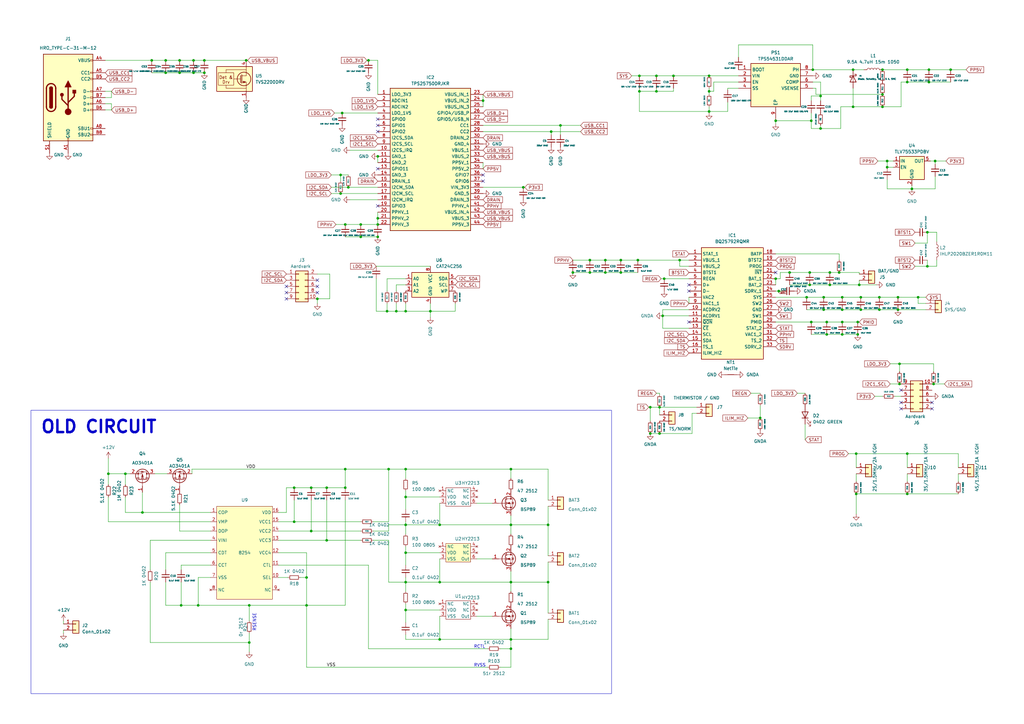
<source format=kicad_sch>
(kicad_sch (version 20230121) (generator eeschema)
  (paper "A3")
  (junction (at 166.37 215.265))
  (junction (at 368.3 127))
  (junction (at 368.935 157.48))
  (junction (at 147.955 97.155))
  (junction (at 318.135 49.53))
  (junction (at 125.73 248.285))
  (junction (at 209.55 262.255))
  (junction (at 79.375 29.845))
  (junction (at 332.105 111.76))
  (junction (at 209.55 266.065))
  (junction (at 290.83 37.465))
  (junction (at 345.44 127))
  (junction (at 262.255 37.465))
  (junction (at 344.17 111.76))
  (junction (at 248.285 106.68))
  (junction (at 340.36 111.76))
  (junction (at 360.68 127))
  (junction (at 383.54 66.04))
  (junction (at 241.935 106.68))
  (junction (at 349.885 43.815))
  (junction (at 372.11 33.655))
  (junction (at 278.765 106.68))
  (junction (at 372.11 28.575))
  (junction (at 269.24 37.465))
  (junction (at 154.94 97.155))
  (junction (at 166.37 127.635))
  (junction (at 141.605 192.405))
  (junction (at 340.36 116.84))
  (junction (at 224.79 238.76))
  (junction (at 166.37 226.695))
  (junction (at 139.7 79.375))
  (junction (at 372.11 202.565))
  (junction (at 176.53 127.635))
  (junction (at 62.23 24.765))
  (junction (at 290.83 45.72))
  (junction (at 272.415 114.3))
  (junction (at 159.385 192.405))
  (junction (at 209.55 215.265))
  (junction (at 198.12 41.275))
  (junction (at 241.935 111.76))
  (junction (at 209.55 238.76))
  (junction (at 353.06 121.92))
  (junction (at 147.955 92.075))
  (junction (at 102.235 263.525))
  (junction (at 120.65 200.025))
  (junction (at 361.95 28.575))
  (junction (at 351.155 202.565))
  (junction (at 127.635 200.025))
  (junction (at 270.51 167.005))
  (junction (at 140.335 46.355))
  (junction (at 83.82 29.845))
  (junction (at 361.95 38.735))
  (junction (at 142.875 76.835))
  (junction (at 351.79 132.08))
  (junction (at 254.635 111.76))
  (junction (at 133.985 200.025))
  (junction (at 339.09 137.16))
  (junction (at 261.62 106.68))
  (junction (at 102.235 248.285))
  (junction (at 141.605 92.075))
  (junction (at 333.375 28.575))
  (junction (at 363.855 66.04))
  (junction (at 380.365 95.25))
  (junction (at 100.965 24.765))
  (junction (at 290.83 31.115))
  (junction (at 180.34 238.76))
  (junction (at 83.82 24.765))
  (junction (at 381 33.655))
  (junction (at 214.63 76.835))
  (junction (at 209.55 192.405))
  (junction (at 368.3 121.92))
  (junction (at 180.34 215.265))
  (junction (at 319.405 119.38))
  (junction (at 374.015 77.47))
  (junction (at 58.42 210.185))
  (junction (at 166.37 238.76))
  (junction (at 276.225 31.115))
  (junction (at 380.365 109.22))
  (junction (at 330.835 121.92))
  (junction (at 180.34 262.255))
  (junction (at 266.7 177.8))
  (junction (at 151.13 24.765))
  (junction (at 345.44 132.08))
  (junction (at 254.635 106.68))
  (junction (at 73.66 29.845))
  (junction (at 271.78 129.54))
  (junction (at 361.95 43.815))
  (junction (at 44.45 194.31))
  (junction (at 229.87 51.435))
  (junction (at 351.79 137.16))
  (junction (at 120.65 213.995))
  (junction (at 381 28.575))
  (junction (at 376.555 121.92))
  (junction (at 389.89 28.575))
  (junction (at 158.75 127.635))
  (junction (at 127.635 217.805))
  (junction (at 166.37 203.835))
  (junction (at 345.44 137.16))
  (junction (at 51.435 194.31))
  (junction (at 336.55 39.37))
  (junction (at 270.51 177.8))
  (junction (at 363.855 68.58))
  (junction (at 141.605 200.025))
  (junction (at 125.73 236.855))
  (junction (at 360.68 121.92))
  (junction (at 67.945 24.765))
  (junction (at 162.56 127.635))
  (junction (at 339.09 132.08))
  (junction (at 351.155 186.055))
  (junction (at 336.55 52.705))
  (junction (at 318.135 114.3))
  (junction (at 337.82 121.92))
  (junction (at 345.44 121.92))
  (junction (at 382.905 157.48))
  (junction (at 311.785 171.45))
  (junction (at 81.28 248.285))
  (junction (at 349.885 28.575))
  (junction (at 74.295 248.285))
  (junction (at 332.74 49.53))
  (junction (at 266.7 167.005))
  (junction (at 353.06 127))
  (junction (at 224.79 215.265))
  (junction (at 372.11 186.055))
  (junction (at 73.66 24.765))
  (junction (at 323.85 111.76))
  (junction (at 133.985 221.615))
  (junction (at 139.7 71.755))
  (junction (at 154.94 92.075))
  (junction (at 269.24 31.115))
  (junction (at 248.285 111.76))
  (junction (at 337.82 127))
  (junction (at 226.06 53.975))
  (junction (at 332.105 116.84))
  (junction (at 234.95 111.76))
  (junction (at 166.37 192.405))
  (junction (at 262.255 31.115))
  (junction (at 352.425 116.84))
  (junction (at 154.94 64.135))
  (junction (at 332.74 132.08))
  (junction (at 154.94 89.535))
  (junction (at 130.175 122.555))
  (junction (at 368.935 149.225))
  (junction (at 79.375 24.765))
  (junction (at 67.945 29.845))
  (junction (at 166.37 250.19))
  (no_connect (at 369.57 167.64))
  (no_connect (at 130.175 117.475))
  (no_connect (at 369.57 165.1))
  (no_connect (at 318.135 111.76))
  (no_connect (at 369.57 160.02))
  (no_connect (at 282.575 132.08))
  (no_connect (at 154.94 48.895))
  (no_connect (at 117.475 120.015))
  (no_connect (at 382.27 167.64))
  (no_connect (at 282.575 119.38))
  (no_connect (at 130.175 120.015))
  (no_connect (at 117.475 122.555))
  (no_connect (at 117.475 117.475))
  (no_connect (at 154.94 84.455))
  (no_connect (at 382.27 165.1))
  (no_connect (at 154.94 53.975))
  (no_connect (at 198.12 74.295))
  (no_connect (at 154.94 69.215))
  (no_connect (at 282.575 116.84))
  (no_connect (at 198.12 71.755))
  (no_connect (at 154.94 51.435))
  (no_connect (at 130.175 114.935))
  (wire (pts (xy 374.015 77.47) (xy 374.015 76.2)))
  (wire (pts (xy 127.635 200.025) (xy 120.65 200.025)))
  (wire (pts (xy 154.94 86.995) (xy 154.94 89.535)))
  (wire (pts (xy 349.885 43.815) (xy 361.95 43.815)))
  (wire (pts (xy 74.295 248.285) (xy 67.945 248.285)))
  (wire (pts (xy 254.635 106.68) (xy 261.62 106.68)))
  (wire (pts (xy 51.435 194.31) (xy 53.34 194.31)))
  (wire (pts (xy 262.255 37.465) (xy 262.255 45.72)))
  (wire (pts (xy 166.37 208.915) (xy 166.37 203.835)))
  (wire (pts (xy 141.605 192.405) (xy 159.385 192.405)))
  (wire (pts (xy 351.155 197.485) (xy 351.155 194.31)))
  (wire (pts (xy 209.55 215.265) (xy 209.55 219.075)))
  (wire (pts (xy 166.37 127.635) (xy 166.37 124.46)))
  (wire (pts (xy 336.55 52.705) (xy 332.74 52.705)))
  (wire (pts (xy 349.885 36.195) (xy 349.885 43.815)))
  (wire (pts (xy 74.295 238.76) (xy 74.295 248.285)))
  (wire (pts (xy 74.295 231.775) (xy 86.36 231.775)))
  (wire (pts (xy 318.135 114.3) (xy 318.135 116.84)))
  (wire (pts (xy 318.135 121.92) (xy 330.835 121.92)))
  (wire (pts (xy 166.37 192.405) (xy 166.37 196.215)))
  (wire (pts (xy 166.37 260.35) (xy 166.37 262.255)))
  (wire (pts (xy 209.55 257.81) (xy 209.55 262.255)))
  (wire (pts (xy 158.75 127.635) (xy 162.56 127.635)))
  (wire (pts (xy 320.04 114.3) (xy 318.135 114.3)))
  (wire (pts (xy 135.255 112.395) (xy 130.175 112.395)))
  (wire (pts (xy 125.73 248.285) (xy 141.605 248.285)))
  (wire (pts (xy 102.235 248.285) (xy 125.73 248.285)))
  (wire (pts (xy 376.555 121.92) (xy 368.3 121.92)))
  (wire (pts (xy 372.11 197.485) (xy 372.11 194.31)))
  (wire (pts (xy 337.82 127) (xy 345.44 127)))
  (wire (pts (xy 363.855 68.58) (xy 366.395 68.58)))
  (wire (pts (xy 154.94 89.535) (xy 154.94 92.075)))
  (wire (pts (xy 269.24 37.465) (xy 276.225 37.465)))
  (wire (pts (xy 248.285 111.76) (xy 241.935 111.76)))
  (wire (pts (xy 73.66 217.805) (xy 86.36 217.805)))
  (wire (pts (xy 330.835 121.92) (xy 337.82 121.92)))
  (wire (pts (xy 195.58 229.235) (xy 201.93 229.235)))
  (wire (pts (xy 224.79 192.405) (xy 209.55 192.405)))
  (wire (pts (xy 360.68 121.92) (xy 368.3 121.92)))
  (wire (pts (xy 379.73 121.92) (xy 376.555 121.92)))
  (wire (pts (xy 393.065 186.055) (xy 393.065 191.77)))
  (wire (pts (xy 125.73 236.855) (xy 125.73 248.285)))
  (wire (pts (xy 351.155 186.055) (xy 372.11 186.055)))
  (wire (pts (xy 282.575 109.22) (xy 278.765 109.22)))
  (wire (pts (xy 333.375 33.655) (xy 336.55 33.655)))
  (wire (pts (xy 282.575 134.62) (xy 271.78 134.62)))
  (wire (pts (xy 384.175 109.22) (xy 380.365 109.22)))
  (wire (pts (xy 154.305 109.22) (xy 176.53 109.22)))
  (wire (pts (xy 180.34 203.835) (xy 166.37 203.835)))
  (wire (pts (xy 323.85 111.76) (xy 332.105 111.76)))
  (wire (pts (xy 180.34 262.255) (xy 180.34 252.73)))
  (wire (pts (xy 351.155 210.82) (xy 351.155 202.565)))
  (wire (pts (xy 248.285 106.68) (xy 254.635 106.68)))
  (wire (pts (xy 347.98 186.055) (xy 351.155 186.055)))
  (wire (pts (xy 306.705 171.45) (xy 311.785 171.45)))
  (wire (pts (xy 330.2 180.34) (xy 330.2 173.99)))
  (wire (pts (xy 375.285 99.695) (xy 380.365 99.695)))
  (wire (pts (xy 127.635 217.805) (xy 147.955 217.805)))
  (wire (pts (xy 139.7 71.755) (xy 139.7 74.295)))
  (wire (pts (xy 62.23 24.765) (xy 67.945 24.765)))
  (wire (pts (xy 125.73 226.695) (xy 125.73 236.855)))
  (wire (pts (xy 262.255 37.465) (xy 262.255 36.195)))
  (wire (pts (xy 380.365 99.695) (xy 380.365 95.25)))
  (wire (pts (xy 166.37 238.76) (xy 180.34 238.76)))
  (wire (pts (xy 86.36 210.185) (xy 58.42 210.185)))
  (wire (pts (xy 162.56 127.635) (xy 166.37 127.635)))
  (wire (pts (xy 114.3 231.775) (xy 151.13 231.775)))
  (wire (pts (xy 339.09 137.16) (xy 332.74 137.16)))
  (wire (pts (xy 352.425 111.76) (xy 352.425 112.395)))
  (wire (pts (xy 159.385 213.995) (xy 153.035 213.995)))
  (wire (pts (xy 58.42 210.185) (xy 51.435 210.185)))
  (wire (pts (xy 67.945 29.845) (xy 62.23 29.845)))
  (wire (pts (xy 270.51 167.005) (xy 270.51 170.18)))
  (wire (pts (xy 44.45 213.995) (xy 86.36 213.995)))
  (wire (pts (xy 180.34 250.19) (xy 166.37 250.19)))
  (wire (pts (xy 381 33.655) (xy 372.11 33.655)))
  (wire (pts (xy 162.56 116.84) (xy 166.37 116.84)))
  (wire (pts (xy 393.065 197.485) (xy 393.065 194.31)))
  (wire (pts (xy 209.55 238.76) (xy 209.55 234.315)))
  (wire (pts (xy 166.37 238.76) (xy 166.37 242.57)))
  (wire (pts (xy 345.44 127) (xy 353.06 127)))
  (wire (pts (xy 368.935 149.225) (xy 382.905 149.225)))
  (wire (pts (xy 344.17 106.68) (xy 344.17 104.14)))
  (wire (pts (xy 384.175 106.68) (xy 384.175 109.22)))
  (wire (pts (xy 81.28 248.285) (xy 81.28 236.855)))
  (wire (pts (xy 143.51 81.915) (xy 154.94 81.915)))
  (wire (pts (xy 271.78 129.54) (xy 271.78 127)))
  (wire (pts (xy 337.82 121.92) (xy 345.44 121.92)))
  (wire (pts (xy 234.95 106.68) (xy 241.935 106.68)))
  (wire (pts (xy 283.845 177.8) (xy 270.51 177.8)))
  (wire (pts (xy 266.7 167.005) (xy 266.7 172.72)))
  (wire (pts (xy 101.6 24.765) (xy 100.965 24.765)))
  (wire (pts (xy 159.385 192.405) (xy 166.37 192.405)))
  (wire (pts (xy 26.035 258.445) (xy 26.035 259.715)))
  (wire (pts (xy 332.105 111.76) (xy 340.36 111.76)))
  (wire (pts (xy 123.19 236.855) (xy 125.73 236.855)))
  (wire (pts (xy 383.54 66.04) (xy 381.635 66.04)))
  (wire (pts (xy 44.45 187.96) (xy 44.45 194.31)))
  (wire (pts (xy 332.74 132.08) (xy 339.09 132.08)))
  (wire (pts (xy 254.635 111.76) (xy 248.285 111.76)))
  (wire (pts (xy 142.875 76.835) (xy 154.94 76.835)))
  (wire (pts (xy 318.135 50.8) (xy 318.135 49.53)))
  (wire (pts (xy 238.125 51.435) (xy 229.87 51.435)))
  (wire (pts (xy 159.385 217.805) (xy 159.385 215.265)))
  (wire (pts (xy 224.79 215.265) (xy 224.79 207.645)))
  (wire (pts (xy 102.235 254.635) (xy 102.235 248.285)))
  (wire (pts (xy 133.985 221.615) (xy 147.955 221.615)))
  (wire (pts (xy 133.985 200.025) (xy 141.605 200.025)))
  (wire (pts (xy 226.06 55.245) (xy 226.06 53.975)))
  (wire (pts (xy 368.935 152.4) (xy 368.935 149.225)))
  (wire (pts (xy 133.985 205.105) (xy 133.985 221.615)))
  (wire (pts (xy 147.955 213.995) (xy 120.65 213.995)))
  (wire (pts (xy 333.375 28.575) (xy 349.885 28.575)))
  (wire (pts (xy 270.51 161.29) (xy 269.24 161.29)))
  (wire (pts (xy 226.06 53.975) (xy 198.12 53.975)))
  (wire (pts (xy 158.75 127.635) (xy 158.75 124.46)))
  (wire (pts (xy 382.27 157.48) (xy 382.905 157.48)))
  (wire (pts (xy 166.37 114.3) (xy 158.75 114.3)))
  (wire (pts (xy 372.11 186.055) (xy 393.065 186.055)))
  (wire (pts (xy 367.03 162.56) (xy 369.57 162.56)))
  (wire (pts (xy 285.75 169.545) (xy 283.845 169.545)))
  (wire (pts (xy 51.435 210.185) (xy 51.435 203.835)))
  (wire (pts (xy 224.79 205.105) (xy 224.79 192.405)))
  (wire (pts (xy 67.945 226.695) (xy 86.36 226.695)))
  (wire (pts (xy 159.385 238.76) (xy 166.37 238.76)))
  (wire (pts (xy 61.595 263.525) (xy 102.235 263.525)))
  (wire (pts (xy 333.375 18.415) (xy 333.375 28.575)))
  (wire (pts (xy 74.295 233.68) (xy 74.295 231.775)))
  (wire (pts (xy 166.37 250.19) (xy 166.37 247.65)))
  (wire (pts (xy 379.73 124.46) (xy 376.555 124.46)))
  (wire (pts (xy 139.7 79.375) (xy 154.94 79.375)))
  (wire (pts (xy 176.53 127.635) (xy 176.53 124.46)))
  (wire (pts (xy 209.55 192.405) (xy 209.55 196.215)))
  (wire (pts (xy 186.69 127.635) (xy 176.53 127.635)))
  (wire (pts (xy 153.035 217.805) (xy 159.385 217.805)))
  (wire (pts (xy 353.06 127) (xy 360.68 127)))
  (wire (pts (xy 81.28 236.855) (xy 86.36 236.855)))
  (wire (pts (xy 290.83 36.195) (xy 290.83 37.465)))
  (wire (pts (xy 345.44 137.16) (xy 339.09 137.16)))
  (wire (pts (xy 180.34 238.76) (xy 209.55 238.76)))
  (wire (pts (xy 79.375 29.845) (xy 73.66 29.845)))
  (wire (pts (xy 114.3 226.695) (xy 125.73 226.695)))
  (wire (pts (xy 45.72 40.005) (xy 43.18 40.005)))
  (wire (pts (xy 358.775 162.56) (xy 361.95 162.56)))
  (wire (pts (xy 352.425 114.935) (xy 352.425 116.84)))
  (wire (pts (xy 135.89 71.755) (xy 139.7 71.755)))
  (wire (pts (xy 241.935 106.68) (xy 248.285 106.68)))
  (wire (pts (xy 51.435 198.755) (xy 51.435 194.31)))
  (wire (pts (xy 159.385 192.405) (xy 159.385 213.995)))
  (wire (pts (xy 166.37 213.995) (xy 166.37 215.265)))
  (wire (pts (xy 344.805 52.705) (xy 344.805 43.815)))
  (wire (pts (xy 270.51 167.005) (xy 285.75 167.005)))
  (wire (pts (xy 332.74 49.53) (xy 332.74 46.355)))
  (wire (pts (xy 270.51 161.925) (xy 270.51 161.29)))
  (wire (pts (xy 186.69 124.46) (xy 186.69 127.635)))
  (wire (pts (xy 269.24 31.115) (xy 276.225 31.115)))
  (wire (pts (xy 261.62 106.68) (xy 278.765 106.68)))
  (wire (pts (xy 209.55 266.065) (xy 209.55 273.685)))
  (wire (pts (xy 159.385 221.615) (xy 159.385 238.76)))
  (wire (pts (xy 224.79 254) (xy 224.79 262.255)))
  (wire (pts (xy 154.94 24.765) (xy 154.94 38.735)))
  (wire (pts (xy 282.575 124.46) (xy 282.575 121.92)))
  (wire (pts (xy 133.985 200.025) (xy 127.635 200.025)))
  (wire (pts (xy 381 28.575) (xy 389.89 28.575)))
  (wire (pts (xy 67.945 233.68) (xy 67.945 226.695)))
  (wire (pts (xy 276.225 31.115) (xy 290.83 31.115)))
  (wire (pts (xy 195.58 206.375) (xy 201.93 206.375)))
  (wire (pts (xy 363.855 66.04) (xy 363.855 68.58)))
  (wire (pts (xy 43.18 24.765) (xy 62.23 24.765)))
  (wire (pts (xy 158.75 114.3) (xy 158.75 119.38)))
  (wire (pts (xy 120.65 213.995) (xy 114.3 213.995)))
  (wire (pts (xy 320.04 111.76) (xy 323.85 111.76)))
  (wire (pts (xy 372.11 28.575) (xy 381 28.575)))
  (wire (pts (xy 135.255 122.555) (xy 135.255 112.395)))
  (wire (pts (xy 278.765 106.68) (xy 282.575 106.68)))
  (wire (pts (xy 141.605 205.105) (xy 141.605 248.285)))
  (wire (pts (xy 344.805 43.815) (xy 349.885 43.815)))
  (wire (pts (xy 44.45 194.31) (xy 51.435 194.31)))
  (wire (pts (xy 344.17 104.14) (xy 318.135 104.14)))
  (wire (pts (xy 276.225 37.465) (xy 276.225 36.195)))
  (wire (pts (xy 214.63 76.835) (xy 198.12 76.835)))
  (wire (pts (xy 209.55 215.265) (xy 180.34 215.265)))
  (wire (pts (xy 372.11 33.655) (xy 369.57 33.655)))
  (wire (pts (xy 292.735 33.655) (xy 302.895 33.655)))
  (wire (pts (xy 224.79 238.76) (xy 224.79 230.505)))
  (wire (pts (xy 61.595 238.76) (xy 61.595 263.525)))
  (wire (pts (xy 61.595 221.615) (xy 86.36 221.615)))
  (wire (pts (xy 278.765 109.22) (xy 278.765 106.68)))
  (wire (pts (xy 120.65 205.105) (xy 120.65 213.995)))
  (wire (pts (xy 63.5 194.31) (xy 68.58 194.31)))
  (wire (pts (xy 382.905 157.48) (xy 387.35 157.48)))
  (wire (pts (xy 151.13 231.775) (xy 151.13 266.065)))
  (wire (pts (xy 143.51 61.595) (xy 154.94 61.595)))
  (wire (pts (xy 360.045 66.04) (xy 363.855 66.04)))
  (wire (pts (xy 334.645 38.735) (xy 334.645 36.195)))
  (wire (pts (xy 302.895 23.495) (xy 302.895 18.415)))
  (wire (pts (xy 290.83 45.72) (xy 262.255 45.72)))
  (wire (pts (xy 153.035 221.615) (xy 159.385 221.615)))
  (wire (pts (xy 238.125 53.975) (xy 226.06 53.975)))
  (wire (pts (xy 198.12 41.275) (xy 198.12 43.815)))
  (wire (pts (xy 344.17 111.76) (xy 352.425 111.76)))
  (wire (pts (xy 166.37 262.255) (xy 180.34 262.255)))
  (wire (pts (xy 320.675 119.38) (xy 319.405 119.38)))
  (wire (pts (xy 78.74 192.405) (xy 141.605 192.405)))
  (wire (pts (xy 43.18 37.465) (xy 45.72 37.465)))
  (wire (pts (xy 298.45 36.195) (xy 302.895 36.195)))
  (wire (pts (xy 359.41 116.84) (xy 352.425 116.84)))
  (wire (pts (xy 372.11 186.055) (xy 372.11 191.77)))
  (wire (pts (xy 363.855 73.66) (xy 363.855 77.47)))
  (wire (pts (xy 376.555 124.46) (xy 376.555 121.92)))
  (wire (pts (xy 290.83 46.355) (xy 290.83 45.72)))
  (wire (pts (xy 135.89 76.835) (xy 142.875 76.835)))
  (wire (pts (xy 180.34 238.76) (xy 180.34 229.235)))
  (wire (pts (xy 323.85 116.84) (xy 332.105 116.84)))
  (wire (pts (xy 130.175 122.555) (xy 135.255 122.555)))
  (wire (pts (xy 180.34 262.255) (xy 209.55 262.255)))
  (wire (pts (xy 45.72 45.085) (xy 43.18 45.085)))
  (wire (pts (xy 311.785 161.29) (xy 307.975 161.29)))
  (wire (pts (xy 44.45 198.755) (xy 44.45 194.31)))
  (wire (pts (xy 319.405 119.38) (xy 319.405 120.015)))
  (wire (pts (xy 336.55 39.37) (xy 336.55 41.275)))
  (wire (pts (xy 351.79 137.16) (xy 345.44 137.16)))
  (wire (pts (xy 176.53 127.635) (xy 166.37 127.635)))
  (wire (pts (xy 137.795 92.075) (xy 141.605 92.075)))
  (wire (pts (xy 147.955 92.075) (xy 154.94 92.075)))
  (wire (pts (xy 261.62 111.76) (xy 254.635 111.76)))
  (wire (pts (xy 351.155 186.055) (xy 351.155 191.77)))
  (wire (pts (xy 311.785 171.45) (xy 311.785 166.37)))
  (wire (pts (xy 290.83 45.72) (xy 298.45 45.72)))
  (wire (pts (xy 380.365 109.22) (xy 380.365 106.68)))
  (wire (pts (xy 135.89 79.375) (xy 139.7 79.375)))
  (wire (pts (xy 166.37 192.405) (xy 209.55 192.405)))
  (wire (pts (xy 224.79 215.265) (xy 224.79 227.965)))
  (wire (pts (xy 269.24 37.465) (xy 269.24 36.195)))
  (wire (pts (xy 117.475 200.025) (xy 117.475 210.185)))
  (wire (pts (xy 352.425 116.84) (xy 340.36 116.84)))
  (wire (pts (xy 266.065 167.005) (xy 266.7 167.005)))
  (wire (pts (xy 396.24 28.575) (xy 389.89 28.575)))
  (wire (pts (xy 290.83 37.465) (xy 292.735 37.465)))
  (wire (pts (xy 200.025 273.685) (xy 125.73 273.685)))
  (wire (pts (xy 198.12 38.735) (xy 198.12 41.275)))
  (wire (pts (xy 180.34 215.265) (xy 166.37 215.265)))
  (wire (pts (xy 67.945 24.765) (xy 73.66 24.765)))
  (wire (pts (xy 83.82 29.845) (xy 79.375 29.845)))
  (wire (pts (xy 266.7 167.005) (xy 270.51 167.005)))
  (wire (pts (xy 44.45 203.835) (xy 44.45 213.995)))
  (wire (pts (xy 271.78 127) (xy 282.575 127)))
  (wire (pts (xy 283.845 169.545) (xy 283.845 177.8)))
  (wire (pts (xy 372.11 28.575) (xy 361.95 28.575)))
  (wire (pts (xy 154.94 97.155) (xy 147.955 97.155)))
  (wire (pts (xy 361.95 43.815) (xy 369.57 43.815)))
  (wire (pts (xy 209.55 242.57) (xy 209.55 238.76)))
  (wire (pts (xy 383.54 66.04) (xy 383.54 67.31)))
  (wire (pts (xy 154.94 64.135) (xy 154.94 66.675)))
  (wire (pts (xy 45.72 37.465) (xy 45.72 40.005)))
  (wire (pts (xy 271.78 134.62) (xy 271.78 129.54)))
  (wire (pts (xy 166.37 203.835) (xy 166.37 201.295)))
  (wire (pts (xy 332.74 41.275) (xy 332.74 39.37)))
  (wire (pts (xy 166.37 231.775) (xy 166.37 226.695)))
  (wire (pts (xy 162.56 127.635) (xy 162.56 124.46)))
  (wire (pts (xy 360.68 127) (xy 368.3 127)))
  (wire (pts (xy 73.66 207.01) (xy 73.66 217.805)))
  (wire (pts (xy 365.125 149.225) (xy 368.935 149.225)))
  (wire (pts (xy 340.36 111.76) (xy 344.17 111.76)))
  (wire (pts (xy 166.37 236.855) (xy 166.37 238.76)))
  (wire (pts (xy 382.905 149.225) (xy 382.905 152.4)))
  (wire (pts (xy 318.135 49.53) (xy 318.135 48.895)))
  (wire (pts (xy 67.945 248.285) (xy 67.945 238.76)))
  (wire (pts (xy 162.56 119.38) (xy 162.56 116.84)))
  (wire (pts (xy 215.265 76.835) (xy 214.63 76.835)))
  (wire (pts (xy 384.175 95.25) (xy 380.365 95.25)))
  (wire (pts (xy 127.635 205.105) (xy 127.635 217.805)))
  (wire (pts (xy 330.835 127) (xy 337.82 127)))
  (wire (pts (xy 330.2 161.29) (xy 327.025 161.29)))
  (wire (pts (xy 229.87 55.245) (xy 229.87 51.435)))
  (wire (pts (xy 292.735 37.465) (xy 292.735 33.655)))
  (wire (pts (xy 224.79 238.76) (xy 224.79 251.46)))
  (wire (pts (xy 290.83 45.72) (xy 290.83 43.815)))
  (wire (pts (xy 383.54 77.47) (xy 374.015 77.47)))
  (wire (pts (xy 334.645 36.195) (xy 333.375 36.195)))
  (wire (pts (xy 198.12 66.675) (xy 198.12 69.215)))
  (wire (pts (xy 389.89 33.655) (xy 381 33.655)))
  (wire (pts (xy 272.415 114.3) (xy 282.575 114.3)))
  (wire (pts (xy 271.78 129.54) (xy 282.575 129.54)))
  (wire (pts (xy 154.305 114.3) (xy 154.305 127.635)))
  (wire (pts (xy 141.605 192.405) (xy 141.605 200.025)))
  (wire (pts (xy 209.55 273.685) (xy 205.105 273.685)))
  (wire (pts (xy 159.385 215.265) (xy 166.37 215.265)))
  (wire (pts (xy 262.255 31.115) (xy 269.24 31.115)))
  (wire (pts (xy 369.57 33.655) (xy 369.57 43.815)))
  (wire (pts (xy 150.495 24.765) (xy 151.13 24.765)))
  (wire (pts (xy 102.235 263.525) (xy 102.235 267.335)))
  (wire (pts (xy 368.935 157.48) (xy 369.57 157.48)))
  (wire (pts (xy 26.035 254.635) (xy 26.035 255.905)))
  (wire (pts (xy 133.985 221.615) (xy 114.3 221.615)))
  (wire (pts (xy 151.13 266.065) (xy 200.025 266.065)))
  (wire (pts (xy 387.985 66.04) (xy 383.54 66.04)))
  (wire (pts (xy 154.305 127.635) (xy 158.75 127.635)))
  (wire (pts (xy 61.595 233.68) (xy 61.595 221.615)))
  (wire (pts (xy 332.74 39.37) (xy 336.55 39.37)))
  (wire (pts (xy 334.645 38.735) (xy 361.95 38.735)))
  (wire (pts (xy 271.145 114.3) (xy 272.415 114.3)))
  (wire (pts (xy 141.605 97.155) (xy 147.955 97.155)))
  (wire (pts (xy 345.44 121.92) (xy 353.06 121.92)))
  (wire (pts (xy 166.37 215.265) (xy 166.37 219.075)))
  (wire (pts (xy 224.79 262.255) (xy 209.55 262.255)))
  (wire (pts (xy 209.55 238.76) (xy 224.79 238.76)))
  (wire (pts (xy 117.475 210.185) (xy 114.3 210.185)))
  (wire (pts (xy 195.58 252.73) (xy 201.93 252.73)))
  (wire (pts (xy 166.37 226.695) (xy 166.37 224.155)))
  (wire (pts (xy 318.135 132.08) (xy 332.74 132.08)))
  (wire (pts (xy 302.895 18.415) (xy 333.375 18.415)))
  (wire (pts (xy 375.285 109.22) (xy 380.365 109.22)))
  (wire (pts (xy 114.3 236.855) (xy 118.11 236.855)))
  (wire (pts (xy 81.28 248.285) (xy 102.235 248.285)))
  (wire (pts (xy 363.855 77.47) (xy 374.015 77.47)))
  (wire (pts (xy 102.235 259.715) (xy 102.235 263.525)))
  (wire (pts (xy 320.04 111.76) (xy 320.04 114.3)))
  (wire (pts (xy 180.34 215.265) (xy 180.34 206.375)))
  (wire (pts (xy 205.105 266.065) (xy 209.55 266.065)))
  (wire (pts (xy 270.51 177.8) (xy 266.7 177.8)))
  (wire (pts (xy 140.335 46.355) (xy 154.94 46.355)))
  (wire (pts (xy 176.53 130.175) (xy 176.53 127.635)))
  (wire (pts (xy 319.405 119.38) (xy 318.135 119.38)))
  (wire (pts (xy 352.425 132.08) (xy 351.79 132.08)))
  (wire (pts (xy 79.375 24.765) (xy 83.82 24.765)))
  (wire (pts (xy 372.11 202.565) (xy 351.155 202.565)))
  (wire (pts (xy 360.68 121.92) (xy 353.06 121.92)))
  (wire (pts (xy 365.125 157.48) (xy 368.935 157.48)))
  (wire (pts (xy 368.3 127) (xy 379.73 127)))
  (wire (pts (xy 180.34 226.695) (xy 166.37 226.695)))
  (wire (pts (xy 336.55 51.435) (xy 336.55 52.705)))
  (wire (pts (xy 74.295 248.285) (xy 81.28 248.285)))
  (wire (pts (xy 58.42 201.93) (xy 58.42 210.185)))
  (wire (pts (xy 336.55 52.705) (xy 344.805 52.705)))
  (wire (pts (xy 151.13 24.765) (xy 154.94 24.765)))
  (wire (pts (xy 345.44 132.08) (xy 351.79 132.08)))
  (wire (pts (xy 83.82 24.765) (xy 100.965 24.765)))
  (wire (pts (xy 209.55 215.265) (xy 224.79 215.265)))
  (wire (pts (xy 45.72 42.545) (xy 45.72 45.085)))
  (wire (pts (xy 130.175 124.46) (xy 130.175 122.555)))
  (wire (pts (xy 298.45 45.72) (xy 298.45 41.91)))
  (wire (pts (xy 290.83 37.465) (xy 290.83 38.735)))
  (wire (pts (xy 298.45 36.83) (xy 298.45 36.195)))
  (wire (pts (xy 43.18 42.545) (xy 45.72 42.545)))
  (wire (pts (xy 166.37 255.27) (xy 166.37 250.19)))
  (wire (pts (xy 332.105 116.84) (xy 340.36 116.84)))
  (wire (pts (xy 262.255 37.465) (xy 269.24 37.465)))
  (wire (pts (xy 114.3 217.805) (xy 127.635 217.805)))
  (wire (pts (xy 209.55 215.265) (xy 209.55 211.455)))
  (wire (pts (xy 262.255 31.115) (xy 259.08 31.115)))
  (wire (pts (xy 332.74 52.705) (xy 332.74 49.53)))
  (wire (pts (xy 73.66 29.845) (xy 67.945 29.845)))
  (wire (pts (xy 339.09 132.08) (xy 345.44 132.08)))
  (wire (pts (xy 383.54 72.39) (xy 383.54 77.47)))
  (wire (pts (xy 363.855 66.04) (xy 366.395 66.04)))
  (wire (pts (xy 354.33 28.575) (xy 349.885 28.575)))
  (wire (pts (xy 290.83 31.115) (xy 302.895 31.115)))
  (wire (pts (xy 120.65 200.025) (xy 117.475 200.025)))
  (wire (pts (xy 229.87 51.435) (xy 198.12 51.435)))
  (wire (pts (xy 73.66 24.765) (xy 79.375 24.765)))
  (wire (pts (xy 137.16 46.355) (xy 140.335 46.355)))
  (wire (pts (xy 372.11 202.565) (xy 393.065 202.565)))
  (wire (pts (xy 78.74 194.31) (xy 78.74 192.405)))
  (wire (pts (xy 141.605 92.075) (xy 147.955 92.075)))
  (wire (pts (xy 209.55 262.255) (xy 209.55 266.065)))
  (wire (pts (xy 125.73 273.685) (xy 125.73 248.285)))
  (wire (pts (xy 241.935 111.76) (xy 234.95 111.76)))
  (wire (pts (xy 384.175 95.25) (xy 384.175 99.06)))
  (wire (pts (xy 332.74 49.53) (xy 318.135 49.53)))
  (wire (pts (xy 139.7 71.755) (xy 142.875 71.755)))
  (wire (pts (xy 336.55 33.655) (xy 336.55 39.37)))
  (text_box "OLD CIRCUIT" (at 12.7 168.275 0) (size 238.125 116.205) (effects (font (size 5 5) (thickness 1) bold) (justify left top)))
  (text "RCTL" (at 194.31 266.065 0) (effects (font (size 1.27 1.27)) (justify left bottom)))
  (text "RSENSE" (at 105.156 258.953 90) (effects (font (size 1.27 1.27)) (justify left bottom)))
  (text "RVSS" (at 194.31 273.685 0) (effects (font (size 1.27 1.27)) (justify left bottom)))
  (label "VDD" (at 100.965 192.405 0))
  (label "VSS" (at 133.985 273.685 0))
  (global_label "BTST2" (shape input) (at 318.135 106.68 0) (property "Intersheetrefs" "${INTERSHEET_REFS}" (effects hide)))
  (global_label "USB_D-" (shape input) (at 198.12 48.895 0) (property "Intersheetrefs" "${INTERSHEET_REFS}" (effects hide)))
  (global_label "USB_VBUS" (shape input) (at 198.12 89.535 0) (property "Intersheetrefs" "${INTERSHEET_REFS}" (effects hide)))
  (global_label "USB_D-" (shape input) (at 45.72 37.465 0) (property "Intersheetrefs" "${INTERSHEET_REFS}" (effects hide)))
  (global_label "TS" (shape input) (at 282.575 142.24 180) (property "Intersheetrefs" "${INTERSHEET_REFS}" (effects hide)))
  (global_label "PP5V" (shape input) (at 360.045 66.04 180) (property "Intersheetrefs" "${INTERSHEET_REFS}" (effects hide)))
  (global_label "PROG" (shape input) (at 347.98 186.055 180) (property "Intersheetrefs" "${INTERSHEET_REFS}" (effects hide)))
  (global_label "SW1" (shape input) (at 318.135 129.54 0) (property "Intersheetrefs" "${INTERSHEET_REFS}" (effects hide)))
  (global_label "REGN" (shape input) (at 269.24 161.29 180) (property "Intersheetrefs" "${INTERSHEET_REFS}" (effects hide)))
  (global_label "LDO_3V3" (shape input) (at 154.305 109.22 180) (property "Intersheetrefs" "${INTERSHEET_REFS}" (effects hide)))
  (global_label "STAT" (shape input) (at 318.135 134.62 0) (property "Intersheetrefs" "${INTERSHEET_REFS}" (effects hide)))
  (global_label "STAT" (shape input) (at 282.575 104.14 180) (property "Intersheetrefs" "${INTERSHEET_REFS}" (effects hide)))
  (global_label "P3V3" (shape input) (at 387.985 66.04 0) (property "Intersheetrefs" "${INTERSHEET_REFS}" (effects hide)))
  (global_label "I2C_SDA" (shape input) (at 186.69 114.3 0) (property "Intersheetrefs" "${INTERSHEET_REFS}" (effects hide)))
  (global_label "TS" (shape input) (at 266.065 167.005 180) (property "Intersheetrefs" "${INTERSHEET_REFS}" (effects hide)))
  (global_label "PMID" (shape input) (at 352.425 132.08 0) (property "Intersheetrefs" "${INTERSHEET_REFS}" (effects hide)))
  (global_label "SYS" (shape input) (at 379.73 121.92 0) (property "Intersheetrefs" "${INTERSHEET_REFS}" (effects hide)))
  (global_label "PPHV" (shape input) (at 282.575 124.46 180) (property "Intersheetrefs" "${INTERSHEET_REFS}" (effects hide)))
  (global_label "SW2" (shape input) (at 318.135 124.46 0) (property "Intersheetrefs" "${INTERSHEET_REFS}" (effects hide)))
  (global_label "I2C_SDA" (shape input) (at 117.475 114.935 180) (property "Intersheetrefs" "${INTERSHEET_REFS}" (effects hide)))
  (global_label "PPHV" (shape input) (at 137.795 92.075 180) (property "Intersheetrefs" "${INTERSHEET_REFS}" (effects hide)))
  (global_label "I2C1_SDA" (shape input) (at 387.35 157.48 0) (property "Intersheetrefs" "${INTERSHEET_REFS}" (effects hide)))
  (global_label "I2C1_SCL" (shape input) (at 365.125 157.48 180) (property "Intersheetrefs" "${INTERSHEET_REFS}" (effects hide)))
  (global_label "SDRV" (shape input) (at 319.405 120.015 0) (effects (font (size 0.5 0.5))) (property "Intersheetrefs" "${INTERSHEET_REFS}" (effects hide)))
  (global_label "I2C1_SDA" (shape input) (at 154.94 56.515 180) (property "Intersheetrefs" "${INTERSHEET_REFS}" (effects hide)))
  (global_label "SW1" (shape input) (at 375.285 99.695 180) (property "Intersheetrefs" "${INTERSHEET_REFS}" (effects hide)))
  (global_label "I2C_SDA" (shape input) (at 135.89 76.835 180) (property "Intersheetrefs" "${INTERSHEET_REFS}" (effects hide)))
  (global_label "LDO_3V3" (shape input) (at 150.495 24.765 180) (property "Intersheetrefs" "${INTERSHEET_REFS}" (effects hide)))
  (global_label "TS" (shape input) (at 318.135 139.7 0) (property "Intersheetrefs" "${INTERSHEET_REFS}" (effects hide)))
  (global_label "USB_D+" (shape input) (at 198.12 46.355 0) (property "Intersheetrefs" "${INTERSHEET_REFS}" (effects hide)))
  (global_label "PPHV" (shape input) (at 198.12 84.455 0) (property "Intersheetrefs" "${INTERSHEET_REFS}" (effects hide)))
  (global_label "USB_CC1" (shape input) (at 238.125 51.435 0) (property "Intersheetrefs" "${INTERSHEET_REFS}" (effects hide)))
  (global_label "USB_D+" (shape input) (at 45.72 45.085 0) (property "Intersheetrefs" "${INTERSHEET_REFS}" (effects hide)))
  (global_label "PPHV" (shape input) (at 234.95 106.68 180) (property "Intersheetrefs" "${INTERSHEET_REFS}" (effects hide)))
  (global_label "I2C_SCL" (shape input) (at 186.69 116.84 0) (property "Intersheetrefs" "${INTERSHEET_REFS}" (effects hide)))
  (global_label "I2C_SCL" (shape input) (at 117.475 112.395 180) (property "Intersheetrefs" "${INTERSHEET_REFS}" (effects hide)))
  (global_label "USB_VBUS" (shape input) (at 198.12 86.995 0) (property "Intersheetrefs" "${INTERSHEET_REFS}" (effects hide)))
  (global_label "DRAIN" (shape input) (at 154.94 74.295 180) (property "Intersheetrefs" "${INTERSHEET_REFS}" (effects hide)))
  (global_label "USB_CC1" (shape input) (at 43.18 29.845 0) (property "Intersheetrefs" "${INTERSHEET_REFS}" (effects hide)))
  (global_label "I2C1_SCL" (shape input) (at 154.94 59.055 180) (property "Intersheetrefs" "${INTERSHEET_REFS}" (effects hide)))
  (global_label "LDO_3V3" (shape input) (at 135.89 71.755 180) (property "Intersheetrefs" "${INTERSHEET_REFS}" (effects hide)))
  (global_label "BTST2" (shape input) (at 375.285 106.68 180) (property "Intersheetrefs" "${INTERSHEET_REFS}" (effects hide)))
  (global_label "I2C_SCL" (shape input) (at 282.575 137.16 180) (property "Intersheetrefs" "${INTERSHEET_REFS}" (effects hide)))
  (global_label "SDRV" (shape input) (at 318.135 142.24 0) (property "Intersheetrefs" "${INTERSHEET_REFS}" (effects hide)))
  (global_label "USB_CC2" (shape input) (at 43.18 32.385 0) (property "Intersheetrefs" "${INTERSHEET_REFS}" (effects hide)))
  (global_label "BTST1" (shape input) (at 375.285 95.25 180) (property "Intersheetrefs" "${INTERSHEET_REFS}" (effects hide)))
  (global_label "USB_VBUS" (shape input) (at 198.12 61.595 0) (property "Intersheetrefs" "${INTERSHEET_REFS}" (effects hide)))
  (global_label "P3V3" (shape input) (at 358.775 162.56 180) (property "Intersheetrefs" "${INTERSHEET_REFS}" (effects hide)))
  (global_label "I2C_SDA" (shape input) (at 282.575 139.7 180) (property "Intersheetrefs" "${INTERSHEET_REFS}" (effects hide)))
  (global_label "USB_VBUS" (shape input) (at 101.6 24.765 0) (property "Intersheetrefs" "${INTERSHEET_REFS}" (effects hide)))
  (global_label "DRAIN" (shape input) (at 198.12 81.915 0) (property "Intersheetrefs" "${INTERSHEET_REFS}" (effects hide)))
  (global_label "REGN" (shape input) (at 307.975 161.29 180) (property "Intersheetrefs" "${INTERSHEET_REFS}" (effects hide)))
  (global_label "DRAIN" (shape input) (at 198.12 56.515 0) (property "Intersheetrefs" "${INTERSHEET_REFS}" (effects hide)))
  (global_label "PPHV" (shape input) (at 318.135 137.16 0) (property "Intersheetrefs" "${INTERSHEET_REFS}" (effects hide)))
  (global_label "ILIM_HIZ" (shape input) (at 282.575 144.78 180) (property "Intersheetrefs" "${INTERSHEET_REFS}" (effects hide)))
  (global_label "P3V3" (shape input) (at 215.265 76.835 0) (property "Intersheetrefs" "${INTERSHEET_REFS}" (effects hide)))
  (global_label "SYS" (shape input) (at 259.08 31.115 180) (property "Intersheetrefs" "${INTERSHEET_REFS}" (effects hide)))
  (global_label "LDO_1V5" (shape input) (at 154.94 41.275 180) (property "Intersheetrefs" "${INTERSHEET_REFS}" (effects hide)))
  (global_label "SW2" (shape input) (at 375.285 109.22 180) (property "Intersheetrefs" "${INTERSHEET_REFS}" (effects hide)))
  (global_label "PROG" (shape input) (at 318.135 109.22 0) (property "Intersheetrefs" "${INTERSHEET_REFS}" (effects hide)))
  (global_label "LDO_1V5" (shape input) (at 137.16 46.355 180) (property "Intersheetrefs" "${INTERSHEET_REFS}" (effects hide)))
  (global_label "PP5V" (shape input) (at 396.24 28.575 0) (property "Intersheetrefs" "${INTERSHEET_REFS}" (effects hide)))
  (global_label "REGN" (shape input) (at 271.145 114.3 180) (property "Intersheetrefs" "${INTERSHEET_REFS}" (effects hide)))
  (global_label "BTST1" (shape input) (at 282.575 111.76 180) (property "Intersheetrefs" "${INTERSHEET_REFS}" (effects hide)))
  (global_label "STAT" (shape input) (at 330.2 180.34 0) (property "Intersheetrefs" "${INTERSHEET_REFS}" (effects hide)))
  (global_label "PP5V" (shape input) (at 198.12 69.215 0) (property "Intersheetrefs" "${INTERSHEET_REFS}" (effects hide)))
  (global_label "USB_VBUS" (shape input) (at 198.12 38.735 0) (property "Intersheetrefs" "${INTERSHEET_REFS}" (effects hide)))
  (global_label "PP5V" (shape input) (at 198.12 92.075 0) (property "Intersheetrefs" "${INTERSHEET_REFS}" (effects hide)))
  (global_label "LDO_3V3" (shape input) (at 327.025 161.29 180) (property "Intersheetrefs" "${INTERSHEET_REFS}" (effects hide)))
  (global_label "USB_CC2" (shape input) (at 238.125 53.975 0) (property "Intersheetrefs" "${INTERSHEET_REFS}" (effects hide)))
  (global_label "I2C_SCL" (shape input) (at 135.89 79.375 180) (property "Intersheetrefs" "${INTERSHEET_REFS}" (effects hide)))
  (global_label "USB_VBUS" (shape input) (at 198.12 64.135 0) (property "Intersheetrefs" "${INTERSHEET_REFS}" (effects hide)))
  (global_label "LDO_3V3" (shape input) (at 365.125 149.225 180) (property "Intersheetrefs" "${INTERSHEET_REFS}" (effects hide)))
  (global_label "LDO_1V5" (shape input) (at 154.94 43.815 180) (property "Intersheetrefs" "${INTERSHEET_REFS}" (effects hide)))
  (global_label "ILIM_HIZ" (shape input) (at 306.705 171.45 180) (property "Intersheetrefs" "${INTERSHEET_REFS}" (effects hide)))
  (symbol (lib_id "power:GNDA") (at 271.78 129.54 270) (unit 1)
    (property "Reference" "#PWR026" (effects hide))
    (property "Value" "GNDA" (at 267.97 129.54 90) (effects (justify right)))
  )
  (symbol (lib_id "Device:C_Small") (at 151.13 27.305 0) (mirror y) (unit 1)
    (property "Reference" "C25" (at 149.225 27.305 0) (effects (font (size 0.75 0.75)) (justify left)))
    (property "Value" "10V 10uF 0402 X5R" (at 149.86 29.21 0) (effects (font (size 0.5 0.5)) (justify left)))
    (property "Footprint" "Capacitor_SMD:C_0402_1005Metric" (effects hide))
  )
  (symbol (lib_id "Device:R_Small") (at 150.495 213.995 90) (unit 1)
    (property "Reference" "R27" (at 150.495 213.995 90) (effects (font (size 0.5 0.5))))
    (property "Value" "1K 0402" (at 155.575 215.265 90))
    (property "Footprint" "Resistor_SMD:R_0402_1005Metric" (effects hide))
  )
  (symbol (lib_id "Device:R_Small") (at 290.83 33.655 180) (unit 1)
    (property "Reference" "R7" (at 290.83 33.655 90) (effects (font (size 0.5 0.5))))
    (property "Value" "665K 0603" (at 288.925 33.655 90) (effects (font (size 0.5 0.5))))
    (property "Footprint" "Resistor_SMD:R_0603_1608Metric" (effects hide))
  )
  (symbol (lib_id "power:GND") (at 351.79 137.16 0) (unit 1)
    (property "Reference" "#PWR027" (effects hide))
    (property "Value" "GND" (at 351.79 142.24 0))
  )
  (symbol (lib_id "power:GND") (at 368.3 127 0) (unit 1)
    (property "Reference" "#PWR030" (effects hide))
    (property "Value" "GND" (at 368.3 132.08 0))
  )
  (symbol (lib_id "Connector_Generic:Conn_01x02") (at 357.505 112.395 0) (unit 1)
    (property "Reference" "J5" (at 360.68 113.665 0) (effects (justify left)))
    (property "Value" "BAT/GND" (at 360.045 111.125 0) (effects (justify left)))
    (property "Footprint" "Connector_PinHeader_2.54mm:PinHeader_1x02_P2.54mm_Vertical" (effects hide))
  )
  (symbol (lib_id "Device:C_Small") (at 154.94 94.615 0) (mirror y) (unit 1)
    (property "Reference" "C29" (at 153.035 94.615 0) (effects (font (size 0.75 0.75)) (justify left)))
    (property "Value" "0.1uF 0402 X5R 35V" (at 153.67 96.52 0) (effects (font (size 0.5 0.5)) (justify left)))
    (property "Footprint" "Capacitor_SMD:C_0402_1005Metric" (effects hide))
  )
  (symbol (lib_id "Device:L") (at 384.175 102.87 0) (unit 1)
    (property "Reference" "L2" (at 385.445 101.6 0) (effects (justify left)))
    (property "Value" "IHLP2020BZER1R0M11" (at 385.445 104.14 0) (effects (justify left)))
    (property "Footprint" "Inductor_SMD:L_Vishay_IHLP-2020" (effects hide))
  )
  (symbol (lib_id "Device:R_Small") (at 266.7 175.26 0) (mirror x) (unit 1)
    (property "Reference" "R34" (at 266.7 175.26 90) (effects (font (size 0.5 0.5))))
    (property "Value" "30.1K 0402" (at 268.605 175.26 90) (effects (font (size 0.5 0.5))))
    (property "Footprint" "Resistor_SMD:R_0402_1005Metric" (effects hide))
  )
  (symbol (lib_id "Device:R_Small") (at 150.495 217.805 90) (unit 1)
    (property "Reference" "R26" (at 150.495 217.805 90) (effects (font (size 0.5 0.5))))
    (property "Value" "1K 0402" (at 155.575 219.075 90))
    (property "Footprint" "Resistor_SMD:R_0402_1005Metric" (effects hide))
  )
  (symbol (lib_id "Device:D_Schottky") (at 349.885 32.385 270) (unit 1)
    (property "Reference" "D1" (at 352.425 31.115 90) (effects (font (size 0.5 0.5)) (justify left)))
    (property "Value" "Diode, Schottky, 40 V, 5 A, SMC " (at 351.79 32.385 90) (effects (font (size 0.635 0.635)) (justify left)))
    (property "Footprint" "Diode_SMD:D_SMC" (effects hide))
  )
  (symbol (lib_id "power:GND") (at 198.12 59.055 90) (unit 1)
    (property "Reference" "#PWR04" (effects hide))
    (property "Value" "GND" (at 203.835 59.055 90))
  )
  (symbol (lib_id "BQ25792RQMR:BQ25792RQMR") (at 282.575 104.14 0) (unit 1)
    (property "Reference" "IC1" (at 300.355 96.52 0))
    (property "Value" "BQ25792RQMR" (at 300.355 99.06 0))
    (property "Footprint" "BQ25792RQMR:BQ25792RQMR" (effects hide))
    (property "Height" "1" (effects hide))
    (property "Mouser Part Number" "595-BQ25792RQMR" (effects hide))
    (property "Mouser Price/Stock" "https://www.mouser.co.uk/ProductDetail/Texas-Instruments/BQ25792RQMR?qs=81r%252BiQLm7BSrfMJlEm4Auw%3D%3D" (effects hide))
    (property "Manufacturer_Name" "Texas Instruments" (effects hide))
    (property "Manufacturer_Part_Number" "BQ25792RQMR" (effects hide))
  )
  (symbol (lib_id "Device:R_Small") (at 120.65 236.855 90) (unit 1)
    (property "Reference" "R18" (at 120.65 239.395 90))
    (property "Value" "1K 0402" (at 120.65 234.315 90))
    (property "Footprint" "Resistor_SMD:R_0402_1005Metric" (effects hide))
  )
  (symbol (lib_id "Device:C_Small") (at 332.105 114.3 0) (unit 1)
    (property "Reference" "C50" (at 334.01 114.3 0) (effects (font (size 0.75 0.75)) (justify left)))
    (property "Value" "50V 10uF 0603" (at 333.375 116.205 0) (effects (font (size 0.5 0.5)) (justify left)))
    (property "Footprint" "Capacitor_SMD:C_0603_1608Metric" (effects hide))
  )
  (symbol (lib_id "Device:R_Small") (at 51.435 201.295 180) (unit 1)
    (property "Reference" "R23" (at 53.975 201.295 90))
    (property "Value" "1M 0402" (at 48.895 201.295 90))
    (property "Footprint" "Resistor_SMD:R_0402_1005Metric" (effects hide))
  )
  (symbol (lib_id "Device:R_Small") (at 209.55 221.615 0) (unit 1)
    (property "Reference" "R4" (at 212.09 220.3449 0) (effects (justify left)))
    (property "Value" "47 2512" (at 212.09 224.1549 0) (effects (justify left)))
    (property "Footprint" "Resistor_SMD:R_2512_6332Metric" (effects hide))
  )
  (symbol (lib_id "power:GND") (at 272.415 119.38 0) (unit 1)
    (property "Reference" "#PWR028" (effects hide))
    (property "Value" "GND" (at 272.415 124.46 0))
  )
  (symbol (lib_id "Connector_Generic:Conn_01x02") (at 275.59 170.18 0) (unit 1)
    (property "Reference" "J8" (at 278.13 170.18 0) (effects (justify left)))
    (property "Value" "TS/NORM" (at 274.32 175.895 0) (effects (justify left)))
    (property "Footprint" "Connector_PinHeader_2.54mm:PinHeader_1x02_P2.54mm_Vertical" (effects hide))
  )
  (symbol (lib_id "power:GNDA") (at 382.27 162.56 90) (unit 1)
    (property "Reference" "#PWR035" (effects hide))
    (property "Value" "GNDA" (at 386.08 162.56 90) (effects (justify right)))
  )
  (symbol (lib_id "TPS54531DDAR:TPS54531DDAR") (at 302.895 28.575 0) (unit 1)
    (property "Reference" "PS1" (at 318.135 21.59 0))
    (property "Value" "TPS54531DDAR" (at 318.135 24.13 0))
    (property "Footprint" "TPS54531DDAR:SOIC127P600X170-9N" (effects hide))
    (property "Datasheet" "http://www.ti.com/lit/gpn/tps54531" (effects hide))
    (property "Height" "1.7" (effects hide))
    (property "Mouser Part Number" "595-TPS54531DDAR" (effects hide))
    (property "Mouser Price/Stock" "https://www.mouser.co.uk/ProductDetail/Texas-Instruments/TPS54531DDAR?qs=jA5Ki6243onykODzUePbag%3D%3D" (effects hide))
    (property "Manufacturer_Name" "Texas Instruments" (effects hide))
    (property "Manufacturer_Part_Number" "TPS54531DDAR" (effects hide))
  )
  (symbol (lib_id "Connector_Generic:Conn_02x05_Odd_Even") (at 374.65 162.56 0) (mirror x) (unit 1)
    (property "Reference" "J6" (at 375.92 173.355 0))
    (property "Value" "Aardvark " (at 375.92 170.815 0))
    (property "Footprint" "Connector_PinHeader_2.54mm:PinHeader_2x05_P2.54mm_Vertical" (effects hide))
  )
  (symbol (lib_id "power:GNDA") (at 266.7 177.8 0) (unit 1)
    (property "Reference" "#PWR036" (effects hide))
    (property "Value" "GNDA" (at 266.7 182.245 0))
  )
  (symbol (lib_id "TPS25750DRJKR:TPS25750DRJKR") (at 154.94 38.735 0) (unit 1)
    (property "Reference" "IC2" (at 176.53 31.75 0))
    (property "Value" "TPS25750DRJKR" (at 176.53 34.29 0))
    (property "Footprint" "TPS25750DRJKR:TPS25750DRJKR" (effects hide))
    (property "Datasheet" "https://www.ti.com/lit/ds/symlink/tps25750.pdf?ts=1610417214819&ref_url=https%253A%252F%252Fwww.ti.com%252Finterface%252Fusb%252Ftype-c-and-power-delivery%252Fproducts.html" (effects hide))
    (property "Height" "0.8" (effects hide))
    (property "Mouser Part Number" "595-TPS25750DRJKR" (effects hide))
    (property "Mouser Price/Stock" "https://www.mouser.co.uk/ProductDetail/Texas-Instruments/TPS25750DRJKR?qs=81r%252BiQLm7BQCKYuqi7XEAQ%3D%3D" (effects hide))
    (property "Manufacturer_Name" "Texas Instruments" (effects hide))
    (property "Manufacturer_Part_Number" "TPS25750DRJKR" (effects hide))
  )
  (symbol (lib_id "Device:R_Small") (at 361.95 41.275 180) (unit 1)
    (property "Reference" "R12" (at 361.95 41.275 90) (effects (font (size 0.5 0.5))))
    (property "Value" "1.96K 0603" (at 360.045 41.275 90) (effects (font (size 0.5 0.5))))
    (property "Footprint" "Resistor_SMD:R_0603_1608Metric" (effects hide))
  )
  (symbol (lib_id "Connector_Generic:Conn_01x02") (at 229.87 205.105 0) (unit 1)
    (property "Reference" "BAT3" (at 233.045 205.1049 0) (effects (justify left)))
    (property "Value" "Conn_01x02" (at 233.045 208.9149 0) (effects (justify left)))
    (property "Footprint" "Connector_Wire:SolderWire-2sqmm_1x02_P7.8mm_D2mm_OD3.9mm" (effects hide))
  )
  (symbol (lib_id "Device:C_Small") (at 79.375 27.305 0) (mirror y) (unit 1)
    (property "Reference" "C56" (at 77.47 27.305 0) (effects (font (size 0.75 0.75)) (justify left)))
    (property "Value" "50V 0.01uF 0402 X7R" (at 78.105 29.21 0) (effects (font (size 0.5 0.5)) (justify left)))
    (property "Footprint" "Capacitor_SMD:C_0402_1005Metric" (effects hide))
  )
  (symbol (lib_id "Device:C_Small") (at 363.855 71.12 0) (mirror y) (unit 1)
    (property "Reference" "C12" (at 361.95 71.12 0) (effects (font (size 0.75 0.75)) (justify left)))
    (property "Value" "10uF 0603" (at 362.585 73.025 0) (effects (font (size 0.5 0.5)) (justify left)))
    (property "Footprint" "Capacitor_SMD:C_0603_1608Metric" (effects hide))
  )
  (symbol (lib_id "Device:R_Small") (at 202.565 266.065 90) (unit 1)
    (property "Reference" "R19" (at 202.565 268.605 90))
    (property "Value" "1K 0402" (at 202.565 263.525 90))
    (property "Footprint" "Resistor_SMD:R_0402_1005Metric" (effects hide))
  )
  (symbol (lib_id "8254A:8254") (at 100.33 226.695 0) (unit 1)
    (property "Reference" "U9" (at 100.33 205.105 0))
    (property "Value" "8254" (at 100.33 226.695 0))
    (property "Footprint" "Package_SO:HTSSOP-16-1EP_4.4x5mm_P0.65mm_EP3.4x5mm" (effects hide))
  )
  (symbol (lib_id "Device:R_Small") (at 311.785 163.83 0) (mirror x) (unit 1)
    (property "Reference" "R36" (at 311.785 163.83 90) (effects (font (size 0.5 0.5))))
    (property "Value" "137K 0603" (at 313.69 163.83 90) (effects (font (size 0.5 0.5))))
    (property "Footprint" "Resistor_SMD:R_0603_1608Metric" (effects hide))
  )
  (symbol (lib_id "Connector_Generic:Conn_01x02") (at 229.87 251.46 0) (unit 1)
    (property "Reference" "BAT1" (at 233.045 251.4599 0) (effects (justify left)))
    (property "Value" "Conn_01x02" (at 233.045 255.2699 0) (effects (justify left)))
    (property "Footprint" "Connector_Wire:SolderWire-2sqmm_1x02_P7.8mm_D2mm_OD3.9mm" (effects hide))
  )
  (symbol (lib_id "Device:R_Small") (at 186.69 121.92 0) (mirror x) (unit 1)
    (property "Reference" "R28" (at 186.69 121.92 90) (effects (font (size 0.5 0.5))))
    (property "Value" "10K 0402" (at 188.595 121.92 90) (effects (font (size 0.5 0.5))))
    (property "Footprint" "Resistor_SMD:R_0402_1005Metric" (effects hide))
  )
  (symbol (lib_id "HY2213:HY2213") (at 187.96 201.295 0) (unit 1)
    (property "Reference" "U3" (at 187.96 198.12 0))
    (property "Value" "HY2213" (at 193.04 198.12 0))
    (property "Footprint" "Package_TO_SOT_SMD:SOT-23-6" (effects hide))
  )
  (symbol (lib_id "power:GND") (at 20.32 62.865 0) (unit 1)
    (property "Reference" "#PWR06" (effects hide))
    (property "Value" "GND" (at 24.13 63.5 0))
  )
  (symbol (lib_id "power:GND") (at 198.12 79.375 90) (unit 1)
    (property "Reference" "#PWR03" (effects hide))
    (property "Value" "GND" (at 203.835 79.375 90))
  )
  (symbol (lib_id "Transistor_FET:AO3401A") (at 58.42 196.85 270) (mirror x) (unit 1)
    (property "Reference" "Q4" (at 58.42 186.055 90))
    (property "Value" "AO3401A" (at 58.42 189.865 90))
    (property "Footprint" "Package_TO_SOT_SMD:SOT-23" (effects hide))
    (property "Datasheet" "http://www.aosmd.com/pdfs/datasheet/AO3401A.pdf" (effects hide))
  )
  (symbol (lib_id "Device:C_Small") (at 140.335 48.895 0) (mirror y) (unit 1)
    (property "Reference" "C26" (at 138.43 48.895 0) (effects (font (size 0.75 0.75)) (justify left)))
    (property "Value" "10V 10uF 0402 X5R" (at 139.065 50.8 0) (effects (font (size 0.5 0.5)) (justify left)))
    (property "Footprint" "Capacitor_SMD:C_0402_1005Metric" (effects hide))
  )
  (symbol (lib_id "Device:C_Small") (at 377.825 95.25 90) (unit 1)
    (property "Reference" "C41" (at 377.825 93.345 0) (effects (font (size 0.75 0.75)) (justify left)))
    (property "Value" "0.047uF 0402" (at 379.73 93.98 0) (effects (font (size 0.5 0.5)) (justify left)))
    (property "Footprint" "Capacitor_SMD:C_0402_1005Metric" (effects hide))
  )
  (symbol (lib_id "Device:LED") (at 330.2 170.18 90) (unit 1)
    (property "Reference" "D2" (at 333.375 170.4975 90) (effects (justify right)))
    (property "Value" "0402 GREEN" (at 333.375 173.0375 90) (effects (justify right)))
    (property "Footprint" "LED_SMD:LED_0402_1005Metric" (effects hide))
  )
  (symbol (lib_id "Device:C_Small") (at 234.95 109.22 0) (unit 1)
    (property "Reference" "C31" (at 236.855 109.22 0) (effects (font (size 0.75 0.75)) (justify left)))
    (property "Value" "10uF 0603" (at 236.22 111.125 0) (effects (font (size 0.5 0.5)) (justify left)))
    (property "Footprint" "Capacitor_SMD:C_0603_1608Metric" (effects hide))
  )
  (symbol (lib_id "power:GND") (at 229.87 60.325 0) (unit 1)
    (property "Reference" "#PWR02" (effects hide))
    (property "Value" "GND" (at 229.87 66.04 90))
  )
  (symbol (lib_id "power:GND") (at 100.965 40.005 0) (unit 1)
    (property "Reference" "#PWR039" (effects hide))
    (property "Value" "GND" (at 100.965 44.45 90))
  )
  (symbol (lib_id "power:GNDA") (at 325.755 119.38 90) (unit 1)
    (property "Reference" "#PWR032" (effects hide))
    (property "Value" "GNDA" (at 329.565 119.38 90) (effects (justify right)))
  )
  (symbol (lib_id "Device:C_Small") (at 73.66 27.305 0) (mirror y) (unit 1)
    (property "Reference" "C55" (at 71.755 27.305 0) (effects (font (size 0.75 0.75)) (justify left)))
    (property "Value" "50V 0.01uF 0402 X7R" (at 72.39 29.21 0) (effects (font (size 0.5 0.5)) (justify left)))
    (property "Footprint" "Capacitor_SMD:C_0402_1005Metric" (effects hide))
  )
  (symbol (lib_id "Device:NetTie_2") (at 299.72 153.67 0) (unit 1) (in_bom no)
    (property "Reference" "NT1" (at 299.72 148.59 0))
    (property "Value" "NetTie" (at 299.72 151.13 0))
    (property "Footprint" "NetTie:NetTie-2_SMD_Pad2.0mm" (effects hide))
  )
  (symbol (lib_id "power:GND") (at 140.335 51.435 0) (unit 1)
    (property "Reference" "#PWR018" (effects hide))
    (property "Value" "GND" (at 140.335 57.15 90))
  )
  (symbol (lib_name "HY2213_1") (lib_id "HY2213:HY2213") (at 187.96 224.155 0) (unit 1)
    (property "Reference" "U2" (at 187.96 220.98 0))
    (property "Value" "HY2213" (at 193.04 220.98 0))
    (property "Footprint" "Package_TO_SOT_SMD:SOT-23-6" (effects hide))
  )
  (symbol (lib_id "Device:R_Small") (at 209.55 245.11 0) (unit 1)
    (property "Reference" "R1" (at 212.09 243.8399 0) (effects (justify left)))
    (property "Value" "47 2512" (at 212.09 247.6499 0) (effects (justify left)))
    (property "Footprint" "Resistor_SMD:R_2512_6332Metric" (effects hide))
  )
  (symbol (lib_id "Device:C_Small") (at 330.835 124.46 0) (unit 1)
    (property "Reference" "C44" (at 332.74 124.46 0) (effects (font (size 0.75 0.75)) (justify left)))
    (property "Value" "50V 0.1uF 0402" (at 332.105 126.365 0) (effects (font (size 0.5 0.5)) (justify left)))
    (property "Footprint" "Capacitor_SMD:C_0402_1005Metric" (effects hide))
  )
  (symbol (lib_id "Transistor_FET:BSP89") (at 207.01 229.235 0) (unit 1)
    (property "Reference" "Q2" (at 213.36 227.9649 0) (effects (justify left)))
    (property "Value" "BSP89" (at 213.36 231.7749 0) (effects (justify left)))
    (property "Footprint" "Package_TO_SOT_SMD:SOT-223-3_TabPin2" (effects hide))
    (property "Datasheet" "https://www.infineon.com/dgdl/Infineon-BSP89-DS-v02_02-en.pdf?fileId=db3a30433b47825b013b4b8a07f90d55" (effects hide))
  )
  (symbol (lib_id "Device:R_Small") (at 142.875 74.295 180) (unit 1)
    (property "Reference" "R14" (at 142.875 74.295 90) (effects (font (size 0.5 0.5))))
    (property "Value" "2.2K 0402" (at 140.97 74.295 90) (effects (font (size 0.5 0.5))))
    (property "Footprint" "Resistor_SMD:R_0402_1005Metric" (effects hide))
  )
  (symbol (lib_id "Device:C_Small") (at 345.44 134.62 0) (unit 1)
    (property "Reference" "C37" (at 347.345 134.62 0) (effects (font (size 0.75 0.75)) (justify left)))
    (property "Value" "10uF 0603" (at 346.71 136.525 0) (effects (font (size 0.5 0.5)) (justify left)))
    (property "Footprint" "Capacitor_SMD:C_0603_1608Metric" (effects hide))
  )
  (symbol (lib_id "Device:C_Small") (at 323.85 114.3 0) (unit 1)
    (property "Reference" "C49" (at 325.755 114.3 0) (effects (font (size 0.75 0.75)) (justify left)))
    (property "Value" "50V 0.1uF 0402" (at 325.12 116.205 0) (effects (font (size 0.5 0.5)) (justify left)))
    (property "Footprint" "Capacitor_SMD:C_0402_1005Metric" (effects hide))
  )
  (symbol (lib_id "Device:C_Small") (at 83.82 27.305 0) (mirror y) (unit 1)
    (property "Reference" "C57" (at 81.915 27.305 0) (effects (font (size 0.75 0.75)) (justify left)))
    (property "Value" "50V 0.01uF 0402 X7R" (at 82.55 29.21 0) (effects (font (size 0.5 0.5)) (justify left)))
    (property "Footprint" "Capacitor_SMD:C_0402_1005Metric" (effects hide))
  )
  (symbol (lib_id "Device:R_Small") (at 158.75 121.92 180) (unit 1)
    (property "Reference" "R17" (at 158.75 121.92 90) (effects (font (size 0.5 0.5))))
    (property "Value" "10K 0402" (at 156.845 121.92 90) (effects (font (size 0.5 0.5))))
    (property "Footprint" "Resistor_SMD:R_0402_1005Metric" (effects hide))
  )
  (symbol (lib_id "Device:C_Small") (at 74.295 236.22 0) (unit 1)
    (property "Reference" "C9" (at 76.2 236.22 0) (effects (font (size 0.75 0.75)) (justify left)))
    (property "Value" "0.1uF 0402" (at 75.565 238.125 0) (effects (font (size 0.5 0.5)) (justify left)))
    (property "Footprint" "Capacitor_SMD:C_0402_1005Metric" (effects hide))
  )
  (symbol (lib_id "power:+12V") (at 26.035 254.635 0) (unit 1)
    (property "Reference" "#PWR08" (effects hide))
    (property "Value" "+12V" (at 26.035 250.19 0))
  )
  (symbol (lib_id "Device:C_Small") (at 339.09 134.62 0) (unit 1)
    (property "Reference" "C38" (at 340.995 134.62 0) (effects (font (size 0.75 0.75)) (justify left)))
    (property "Value" "10uF 0603" (at 340.36 136.525 0) (effects (font (size 0.5 0.5)) (justify left)))
    (property "Footprint" "Capacitor_SMD:C_0603_1608Metric" (effects hide))
  )
  (symbol (lib_id "Device:R_Small") (at 372.11 200.025 0) (mirror x) (unit 1)
    (property "Reference" "R40" (at 372.11 200.025 90) (effects (font (size 0.5 0.5))))
    (property "Value" "10.5K 0603" (at 374.015 200.025 90) (effects (font (size 0.5 0.5))))
    (property "Footprint" "Resistor_SMD:R_0603_1608Metric" (effects hide))
  )
  (symbol (lib_id "Connector_Generic:Conn_01x02") (at 31.115 255.905 0) (unit 1)
    (property "Reference" "J2" (at 33.655 256.54 0) (effects (justify left)))
    (property "Value" "Conn_01x02" (at 33.655 259.08 0) (effects (justify left)))
    (property "Footprint" "Connector_Wire:SolderWire-2sqmm_1x02_P7.8mm_D2mm_OD3.9mm" (effects hide))
  )
  (symbol (lib_id "Device:R_Small") (at 139.7 76.835 180) (unit 1)
    (property "Reference" "R13" (at 139.7 76.835 90) (effects (font (size 0.5 0.5))))
    (property "Value" "2.2K 0402" (at 137.795 76.835 90) (effects (font (size 0.5 0.5))))
    (property "Footprint" "Resistor_SMD:R_0402_1005Metric" (effects hide))
  )
  (symbol (lib_id "power:GND") (at 359.41 116.84 90) (unit 1)
    (property "Reference" "#PWR031" (effects hide))
    (property "Value" "GND" (at 363.22 116.84 90) (effects (justify right)))
  )
  (symbol (lib_id "Device:C_Small") (at 383.54 69.85 0) (unit 1)
    (property "Reference" "C13" (at 385.445 69.85 0) (effects (font (size 0.75 0.75)) (justify left)))
    (property "Value" "10uF 0603" (at 384.81 71.755 0) (effects (font (size 0.5 0.5)) (justify left)))
    (property "Footprint" "Capacitor_SMD:C_0603_1608Metric" (effects hide))
  )
  (symbol (lib_id "power:GND") (at 226.06 60.325 0) (mirror y) (unit 1)
    (property "Reference" "#PWR09" (effects hide))
    (property "Value" "GND" (at 226.06 66.04 90))
  )
  (symbol (lib_id "Device:C_Small") (at 166.37 257.81 0) (unit 1)
    (property "Reference" "C1" (at 168.91 256.5462 0) (effects (justify left)))
    (property "Value" "0.1uF 0402" (at 168.91 260.3562 0) (effects (justify left)))
    (property "Footprint" "Capacitor_SMD:C_0402_1005Metric" (effects hide))
  )
  (symbol (lib_id "Memory_EEPROM:CAT24C256") (at 176.53 116.84 0) (unit 1)
    (property "Reference" "U6" (at 178.7241 106.68 0) (effects (justify left)))
    (property "Value" "CAT24C256" (at 178.7241 109.22 0) (effects (justify left)))
    (property "Footprint" "Package_SO:MSOP-8-1EP_3x3mm_P0.65mm_EP1.68x1.88mm" (effects hide))
    (property "Datasheet" "https://www.onsemi.cn/PowerSolutions/document/CAT24C256-D.PDF" (effects hide))
  )
  (symbol (lib_id "Device:C_Small") (at 241.935 109.22 0) (unit 1)
    (property "Reference" "C32" (at 243.84 109.22 0) (effects (font (size 0.75 0.75)) (justify left)))
    (property "Value" "10uF 0603" (at 243.205 111.125 0) (effects (font (size 0.5 0.5)) (justify left)))
    (property "Footprint" "Capacitor_SMD:C_0603_1608Metric" (effects hide))
  )
  (symbol (lib_id "Device:R_Small") (at 162.56 121.92 180) (unit 1)
    (property "Reference" "R16" (at 162.56 121.92 90) (effects (font (size 0.5 0.5))))
    (property "Value" "10K 0402" (at 160.655 121.92 90) (effects (font (size 0.5 0.5))))
    (property "Footprint" "Resistor_SMD:R_0402_1005Metric" (effects hide))
  )
  (symbol (lib_id "power:GND") (at 318.135 50.8 0) (unit 1)
    (property "Reference" "#PWR011" (effects hide))
    (property "Value" "GND" (at 318.135 55.245 0))
  )
  (symbol (lib_id "Device:R_Small") (at 166.37 245.11 0) (unit 1)
    (property "Reference" "R2" (at 168.91 244.475 0) (effects (justify left)))
    (property "Value" "100 0805" (at 168.91 247.015 0) (effects (justify left)))
    (property "Footprint" "Resistor_SMD:R_0805_2012Metric" (effects hide))
  )
  (symbol (lib_id "Device:C_Small") (at 381 31.115 0) (unit 1)
    (property "Reference" "C22" (at 382.905 31.115 0) (effects (font (size 0.75 0.75)) (justify left)))
    (property "Value" "10V 47uF 1210" (at 382.27 33.02 0) (effects (font (size 0.5 0.5)) (justify left)))
    (property "Footprint" "Capacitor_SMD:C_1210_3225Metric" (effects hide))
  )
  (symbol (lib_id "Device:C_Small") (at 332.74 134.62 0) (unit 1)
    (property "Reference" "C39" (at 334.645 134.62 0) (effects (font (size 0.75 0.75)) (justify left)))
    (property "Value" "0.1uF 0603" (at 334.01 136.525 0) (effects (font (size 0.5 0.5)) (justify left)))
    (property "Footprint" "Capacitor_SMD:C_0603_1608Metric" (effects hide))
  )
  (symbol (lib_id "Device:R_Small") (at 364.49 162.56 270) (mirror x) (unit 1)
    (property "Reference" "R32" (at 364.49 162.56 90) (effects (font (size 0.5 0.5))))
    (property "Value" "10.0 1206" (at 364.49 160.655 90) (effects (font (size 0.5 0.5))))
    (property "Footprint" "Resistor_SMD:R_1206_3216Metric" (effects hide))
  )
  (symbol (lib_id "Device:R_Small") (at 368.935 154.94 0) (mirror x) (unit 1)
    (property "Reference" "R31" (at 368.935 154.94 90) (effects (font (size 0.5 0.5))))
    (property "Value" "2.2K 0402" (at 370.84 154.94 90) (effects (font (size 0.5 0.5))))
    (property "Footprint" "Resistor_SMD:R_0402_1005Metric" (effects hide))
  )
  (symbol (lib_id "Device:R_Small") (at 311.785 173.99 0) (mirror x) (unit 1)
    (property "Reference" "R37" (at 311.785 173.99 90) (effects (font (size 0.5 0.5))))
    (property "Value" "100K 0603" (at 313.69 173.99 90) (effects (font (size 0.5 0.5))))
    (property "Footprint" "Resistor_SMD:R_0603_1608Metric" (effects hide))
  )
  (symbol (lib_id "Transistor_FET:BSP89") (at 207.01 206.375 0) (unit 1)
    (property "Reference" "Q3" (at 213.36 205.1049 0) (effects (justify left)))
    (property "Value" "BSP89" (at 213.36 208.9149 0) (effects (justify left)))
    (property "Footprint" "Package_TO_SOT_SMD:SOT-223-3_TabPin2" (effects hide))
    (property "Datasheet" "https://www.infineon.com/dgdl/Infineon-BSP89-DS-v02_02-en.pdf?fileId=db3a30433b47825b013b4b8a07f90d55" (effects hide))
  )
  (symbol (lib_id "Device:C_Small") (at 353.06 124.46 0) (unit 1)
    (property "Reference" "C46" (at 354.965 124.46 0) (effects (font (size 0.75 0.75)) (justify left)))
    (property "Value" "50V 10uF 0805" (at 354.33 126.365 0) (effects (font (size 0.5 0.5)) (justify left)))
    (property "Footprint" "Capacitor_SMD:C_0805_2012Metric" (effects hide))
  )
  (symbol (lib_id "Device:C_Small") (at 166.37 234.315 0) (unit 1)
    (property "Reference" "C2" (at 168.91 233.0512 0) (effects (justify left)))
    (property "Value" "0.1uF 0402" (at 168.91 236.8612 0) (effects (justify left)))
    (property "Footprint" "Capacitor_SMD:C_0402_1005Metric" (effects hide))
  )
  (symbol (lib_id "Device:R_Small") (at 361.95 36.195 180) (unit 1)
    (property "Reference" "R11" (at 361.95 36.195 90) (effects (font (size 0.5 0.5))))
    (property "Value" "10.2K 0603" (at 360.045 36.195 90) (effects (font (size 0.5 0.5))))
    (property "Footprint" "Resistor_SMD:R_0603_1608Metric" (effects hide))
  )
  (symbol (lib_id "Device:R_Small") (at 270.51 175.26 0) (mirror x) (unit 1)
    (property "Reference" "R35" (at 270.51 175.26 90) (effects (font (size 0.5 0.5))))
    (property "Value" "10K 0402" (at 272.415 175.26 90) (effects (font (size 0.5 0.5))))
    (property "Footprint" "Resistor_SMD:R_0402_1005Metric" (effects hide))
  )
  (symbol (lib_id "Device:C_Small") (at 147.955 94.615 0) (mirror y) (unit 1)
    (property "Reference" "C28" (at 146.05 94.615 0) (effects (font (size 0.75 0.75)) (justify left)))
    (property "Value" "35V 22uF 0805 X5R" (at 146.685 96.52 0) (effects (font (size 0.5 0.5)) (justify left)))
    (property "Footprint" "Capacitor_SMD:C_0805_2012Metric" (effects hide))
  )
  (symbol (lib_id "Device:R_Small") (at 351.155 200.025 0) (mirror x) (unit 1)
    (property "Reference" "R39" (at 351.155 200.025 90) (effects (font (size 0.5 0.5))))
    (property "Value" "6.04K 0603" (at 353.06 200.025 90) (effects (font (size 0.5 0.5))))
    (property "Footprint" "Resistor_SMD:R_0603_1608Metric" (effects hide))
  )
  (symbol (lib_id "Device:C_Small") (at 62.23 27.305 0) (mirror y) (unit 1)
    (property "Reference" "C53" (at 60.325 27.305 0) (effects (font (size 0.75 0.75)) (justify left)))
    (property "Value" "50V 4.7uF 0603 X5R" (at 60.96 29.21 0) (effects (font (size 0.5 0.5)) (justify left)))
    (property "Footprint" "Capacitor_SMD:C_0603_1608Metric" (effects hide))
  )
  (symbol (lib_id "Device:R_Small") (at 44.45 201.295 180) (unit 1)
    (property "Reference" "R22" (at 46.99 201.295 90))
    (property "Value" "5.1K 0402" (at 41.91 201.295 90))
    (property "Footprint" "Resistor_SMD:R_0402_1005Metric" (effects hide))
  )
  (symbol (lib_id "Device:R_Small") (at 393.065 200.025 0) (mirror x) (unit 1)
    (property "Reference" "R41" (at 393.065 200.025 90) (effects (font (size 0.5 0.5))))
    (property "Value" "17.4K 0603" (at 394.97 200.025 90) (effects (font (size 0.5 0.5))))
    (property "Footprint" "Resistor_SMD:R_0603_1608Metric" (effects hide))
  )
  (symbol (lib_id "Device:R_Small") (at 344.17 109.22 0) (mirror x) (unit 1)
    (property "Reference" "R29" (at 344.17 109.22 90) (effects (font (size 0.5 0.5))))
    (property "Value" "100 0603" (at 346.075 109.22 90) (effects (font (size 0.5 0.5))))
    (property "Footprint" "Resistor_SMD:R_0603_1608Metric" (effects hide))
  )
  (symbol (lib_id "power:GND") (at 26.035 259.715 0) (unit 1)
    (property "Reference" "#PWR012" (effects hide))
    (property "Value" "GND" (at 26.035 264.795 0))
  )
  (symbol (lib_id "power:GNDA") (at 351.155 210.82 0) (unit 1)
    (property "Reference" "#PWR038" (effects hide))
    (property "Value" "GNDA" (at 351.155 215.265 0))
  )
  (symbol (lib_id "Device:R_Small") (at 73.66 204.47 180) (unit 1)
    (property "Reference" "R21" (at 76.2 204.47 90))
    (property "Value" "5.1K 0402" (at 71.12 204.47 90))
    (property "Footprint" "Resistor_SMD:R_0402_1005Metric" (effects hide))
  )
  (symbol (lib_id "power:+12V") (at 44.45 187.96 0) (unit 1)
    (property "Reference" "#PWR07" (effects hide))
    (property "Value" "+12V" (at 44.45 183.515 0))
  )
  (symbol (lib_id "Connector_Generic:Conn_01x02") (at 398.145 191.77 0) (unit 1)
    (property "Reference" "J11" (at 401.32 191.77 0) (effects (justify left)))
    (property "Value" "4S/1.5MHz/1A ICGH" (at 400.685 191.77 90))
    (property "Footprint" "Connector_PinHeader_2.54mm:PinHeader_1x02_P2.54mm_Vertical" (effects hide))
  )
  (symbol (lib_id "Device:C_Small") (at 214.63 79.375 0) (unit 1)
    (property "Reference" "C24" (at 216.535 79.375 0) (effects (font (size 0.75 0.75)) (justify left)))
    (property "Value" "10V 10uF 0402 X5R" (at 215.9 81.28 0) (effects (font (size 0.5 0.5)) (justify left)))
    (property "Footprint" "Capacitor_SMD:C_0402_1005Metric" (effects hide))
  )
  (symbol (lib_id "power:GND") (at 151.13 29.845 0) (unit 1)
    (property "Reference" "#PWR017" (effects hide))
    (property "Value" "GND" (at 151.13 35.56 90))
  )
  (symbol (lib_id "Device:C_Small") (at 332.74 43.815 0) (mirror y) (unit 1)
    (property "Reference" "C20" (at 330.835 43.815 0) (effects (font (size 0.75 0.75)) (justify left)))
    (property "Value" "50V 22pF 0603 C0G/NP0" (at 331.47 45.72 0) (effects (font (size 0.5 0.5)) (justify left)))
    (property "Footprint" "Capacitor_SMD:C_0603_1608Metric" (effects hide))
  )
  (symbol (lib_id "Device:C_Small") (at 133.985 202.565 0) (unit 1)
    (property "Reference" "C8" (at 135.89 202.565 0) (effects (font (size 0.75 0.75)) (justify left)))
    (property "Value" "0.1uF 0402" (at 135.255 204.47 0) (effects (font (size 0.5 0.5)) (justify left)))
    (property "Footprint" "Capacitor_SMD:C_0402_1005Metric" (effects hide))
  )
  (symbol (lib_id "Device:C_Small") (at 336.55 43.815 0) (unit 1)
    (property "Reference" "C19" (at 338.455 43.815 0) (effects (font (size 0.75 0.75)) (justify left)))
    (property "Value" "50V 2.2nF 0805" (at 337.82 45.72 0) (effects (font (size 0.5 0.5)) (justify left)))
    (property "Footprint" "Capacitor_SMD:C_0805_2012Metric" (effects hide))
  )
  (symbol (lib_id "power:GNDA") (at 311.785 176.53 0) (unit 1)
    (property "Reference" "#PWR037" (effects hide))
    (property "Value" "GNDA" (at 311.785 180.975 0))
  )
  (symbol (lib_id "Device:C_Small") (at 248.285 109.22 0) (unit 1)
    (property "Reference" "C33" (at 250.19 109.22 0) (effects (font (size 0.75 0.75)) (justify left)))
    (property "Value" "10uF 0603" (at 249.555 111.125 0) (effects (font (size 0.5 0.5)) (justify left)))
    (property "Footprint" "Capacitor_SMD:C_0603_1608Metric" (effects hide))
  )
  (symbol (lib_id "power:GND") (at 214.63 81.915 0) (unit 1)
    (property "Reference" "#PWR016" (effects hide))
    (property "Value" "GND" (at 214.63 87.63 90))
  )
  (symbol (lib_id "Device:R_Small") (at 270.51 164.465 0) (mirror x) (unit 1)
    (property "Reference" "R33" (at 270.51 164.465 90) (effects (font (size 0.5 0.5))))
    (property "Value" "5.23K 0402" (at 272.415 164.465 90) (effects (font (size 0.5 0.5))))
    (property "Footprint" "Resistor_SMD:R_0402_1005Metric" (effects hide))
  )
  (symbol (lib_id "power:GND") (at 27.94 62.865 0) (unit 1)
    (property "Reference" "#PWR05" (effects hide))
    (property "Value" "GND" (at 31.75 63.5 0))
  )
  (symbol (lib_id "Device:C_Small") (at 229.87 57.785 0) (unit 1)
    (property "Reference" "C4" (at 231.775 57.785 0) (effects (font (size 0.75 0.75)) (justify left)))
    (property "Value" "330pF 0402" (at 231.14 59.69 0) (effects (font (size 0.5 0.5)) (justify left)))
    (property "Footprint" "Capacitor_SMD:C_0402_1005Metric" (effects hide))
  )
  (symbol (lib_id "Device:R_Small") (at 102.235 257.175 180) (unit 1)
    (property "Reference" "R24" (at 100.584 257.175 90))
    (property "Value" "0r 2512" (at 98.806 257.175 90))
    (property "Footprint" "Resistor_SMD:R_2512_6332Metric" (effects hide))
  )
  (symbol (lib_id "power:GND") (at 374.015 77.47 0) (unit 1)
    (property "Reference" "#PWR010" (effects hide))
    (property "Value" "GND" (at 374.015 82.55 0))
  )
  (symbol (lib_id "HY2213:HY2213") (at 187.96 247.65 0) (unit 1)
    (property "Reference" "U1" (at 187.96 244.475 0))
    (property "Value" "HY2213" (at 193.04 245.11 0))
    (property "Footprint" "Package_TO_SOT_SMD:SOT-23-6" (effects hide))
  )
  (symbol (lib_id "Connector_Generic:Conn_01x02") (at 356.235 191.77 0) (unit 1)
    (property "Reference" "J9" (at 359.41 191.77 0) (effects (justify left)))
    (property "Value" "2S/1.5MHz/2A ICGH" (at 358.775 191.77 90))
    (property "Footprint" "Connector_PinHeader_2.54mm:PinHeader_1x02_P2.54mm_Vertical" (effects hide))
  )
  (symbol (lib_id "power:GND") (at 102.235 267.335 0) (unit 1)
    (property "Reference" "#PWR013" (effects hide))
    (property "Value" "GND" (at 102.235 272.415 0))
  )
  (symbol (lib_id "power:GND") (at 318.135 127 90) (unit 1)
    (property "Reference" "#PWR029" (effects hide))
    (property "Value" "GND" (at 321.31 127 90) (effects (justify right)))
  )
  (symbol (lib_id "power:GNDA") (at 302.26 153.67 90) (unit 1)
    (property "Reference" "#PWR033" (effects hide))
    (property "Value" "GNDA" (at 306.07 153.67 90) (effects (justify right)))
  )
  (symbol (lib_id "Device:R_Small") (at 150.495 221.615 90) (unit 1)
    (property "Reference" "R25" (at 150.495 221.615 90) (effects (font (size 0.5 0.5))))
    (property "Value" "1K 0402" (at 155.575 222.885 90))
    (property "Footprint" "Resistor_SMD:R_0402_1005Metric" (effects hide))
  )
  (symbol (lib_id "Device:C_Small") (at 276.225 33.655 0) (mirror y) (unit 1)
    (property "Reference" "C16" (at 274.32 33.655 0) (effects (font (size 0.75 0.75)) (justify left)))
    (property "Value" "50V 10nF 1210" (at 274.955 35.56 0) (effects (font (size 0.5 0.5)) (justify left)))
    (property "Footprint" "Capacitor_SMD:C_1210_3225Metric" (effects hide))
  )
  (symbol (lib_id "Connector:USB_C_Receptacle_USB2.0") (at 27.94 40.005 0) (unit 1)
    (property "Reference" "J1" (at 27.94 15.875 0))
    (property "Value" "HRO_TYPE-C-31-M-12" (at 27.94 19.685 0))
    (property "Footprint" "Connector_USB:USB_C_Receptacle_HRO_TYPE-C-31-M-12" (effects hide))
    (property "Datasheet" "https://www.usb.org/sites/default/files/documents/usb_type-c.zip" (effects hide))
  )
  (symbol (lib_id "Power_Protection:TVS2200DRV") (at 100.965 32.385 0) (unit 1)
    (property "Reference" "U5" (at 104.775 31.115 0) (effects (justify left)))
    (property "Value" "TVS2200DRV" (at 104.775 33.655 0) (effects (justify left)))
    (property "Footprint" "Package_SON:WSON-6-1EP_2x2mm_P0.65mm_EP1x1.6mm" (effects hide))
    (property "Datasheet" "http://www.ti.com/lit/ds/symlink/tvs2200.pdf" (effects hide))
  )
  (symbol (lib_id "Regulator_Linear:TLV75533PDBV") (at 374.015 68.58 0) (unit 1)
    (property "Reference" "U4" (at 374.015 59.69 0))
    (property "Value" "TLV75533PDBV" (at 374.015 62.23 0))
    (property "Footprint" "Package_TO_SOT_SMD:SOT-23-5" (effects hide))
    (property "Datasheet" "http://www.ti.com/lit/ds/symlink/tlv755p.pdf" (effects hide))
  )
  (symbol (lib_id "power:GND") (at 154.94 97.155 0) (unit 1)
    (property "Reference" "#PWR022" (effects hide))
    (property "Value" "GND" (at 154.94 102.87 90))
  )
  (symbol (lib_id "Device:C_Small") (at 67.945 27.305 0) (mirror y) (unit 1)
    (property "Reference" "C54" (at 66.04 27.305 0) (effects (font (size 0.75 0.75)) (justify left)))
    (property "Value" "50V 0.01uF 0402 X7R" (at 66.675 29.21 0) (effects (font (size 0.5 0.5)) (justify left)))
    (property "Footprint" "Capacitor_SMD:C_0402_1005Metric" (effects hide))
  )
  (symbol (lib_id "power:GND") (at 234.95 111.76 0) (unit 1)
    (property "Reference" "#PWR025" (effects hide))
    (property "Value" "GND" (at 234.95 116.84 0))
  )
  (symbol (lib_id "Device:C_Small") (at 337.82 124.46 0) (unit 1)
    (property "Reference" "C43" (at 339.725 124.46 0) (effects (font (size 0.75 0.75)) (justify left)))
    (property "Value" "50V 10uF 0805" (at 339.09 126.365 0) (effects (font (size 0.5 0.5)) (justify left)))
    (property "Footprint" "Capacitor_SMD:C_0805_2012Metric" (effects hide))
  )
  (symbol (lib_id "Device:R_Small") (at 166.37 198.755 0) (unit 1)
    (property "Reference" "R5" (at 168.91 198.12 0) (effects (justify left)))
    (property "Value" "100 0805" (at 168.91 200.66 0) (effects (justify left)))
    (property "Footprint" "Resistor_SMD:R_0805_2012Metric" (effects hide))
  )
  (symbol (lib_id "power:GND") (at 154.94 64.135 270) (unit 1)
    (property "Reference" "#PWR021" (effects hide))
    (property "Value" "GND" (at 149.225 64.135 90))
  )
  (symbol (lib_id "power:GND") (at 83.82 29.845 0) (unit 1)
    (property "Reference" "#PWR040" (effects hide))
    (property "Value" "GND" (at 83.82 34.925 90))
  )
  (symbol (lib_id "Device:C_Small") (at 389.89 31.115 0) (unit 1)
    (property "Reference" "C23" (at 391.795 31.115 0) (effects (font (size 0.75 0.75)) (justify left)))
    (property "Value" "10V 47uF 1210" (at 391.16 33.02 0) (effects (font (size 0.5 0.5)) (justify left)))
    (property "Footprint" "Capacitor_SMD:C_1210_3225Metric" (effects hide))
  )
  (symbol (lib_id "Device:R_Small") (at 382.905 154.94 0) (mirror x) (unit 1)
    (property "Reference" "R30" (at 382.905 154.94 90) (effects (font (size 0.5 0.5))))
    (property "Value" "2.2K 0402" (at 384.81 154.94 90) (effects (font (size 0.5 0.5))))
    (property "Footprint" "Resistor_SMD:R_0402_1005Metric" (effects hide))
  )
  (symbol (lib_id "Device:C_Small") (at 120.65 202.565 0) (unit 1)
    (property "Reference" "C6" (at 122.555 202.565 0) (effects (font (size 0.75 0.75)) (justify left)))
    (property "Value" "0.1uF 0402" (at 121.92 204.47 0) (effects (font (size 0.5 0.5)) (justify left)))
    (property "Footprint" "Capacitor_SMD:C_0402_1005Metric" (effects hide))
  )
  (symbol (lib_id "Connector_Generic:Conn_01x02") (at 229.87 227.965 0) (unit 1)
    (property "Reference" "BAT2" (at 233.045 227.9649 0) (effects (justify left)))
    (property "Value" "Conn_01x02" (at 233.045 231.7749 0) (effects (justify left)))
    (property "Footprint" "Connector_Wire:SolderWire-2sqmm_1x02_P7.8mm_D2mm_OD3.9mm" (effects hide))
  )
  (symbol (lib_id "Device:C_Small") (at 154.305 111.76 0) (mirror y) (unit 1)
    (property "Reference" "C30" (at 152.4 111.76 0) (effects (font (size 0.75 0.75)) (justify left)))
    (property "Value" "35V 0.1uF 0402" (at 153.035 113.665 0) (effects (font (size 0.5 0.5)) (justify left)))
    (property "Footprint" "Capacitor_SMD:C_0402_1005Metric" (effects hide))
  )
  (symbol (lib_id "Device:C_Small") (at 127.635 202.565 0) (unit 1)
    (property "Reference" "C7" (at 129.54 202.565 0) (effects (font (size 0.75 0.75)) (justify left)))
    (property "Value" "0.1uF 0402" (at 128.905 204.47 0) (effects (font (size 0.5 0.5)) (justify left)))
    (property "Footprint" "Capacitor_SMD:C_0402_1005Metric" (effects hide))
  )
  (symbol (lib_id "Device:C_Small") (at 323.215 119.38 90) (unit 1)
    (property "Reference" "C52" (at 322.58 118.745 90) (effects (font (size 0.75 0.75)) (justify left)))
    (property "Value" "50V 1000pF 0402" (at 330.835 117.475 90) (effects (font (size 0.5 0.5)) (justify left)))
    (property "Footprint" "Capacitor_SMD:C_0402_1005Metric" (effects hide))
  )
  (symbol (lib_id "Transistor_FET:AO3401A") (at 73.66 196.85 90) (unit 1)
    (property "Reference" "Q5" (at 73.66 188.595 90))
    (property "Value" "AO3401A" (at 73.66 191.135 90))
    (property "Footprint" "Package_TO_SOT_SMD:SOT-23" (effects hide))
    (property "Datasheet" "http://www.aosmd.com/pdfs/datasheet/AO3401A.pdf" (effects hide))
  )
  (symbol (lib_id "Device:C_Small") (at 298.45 39.37 0) (unit 1)
    (property "Reference" "C17" (at 300.355 39.37 0) (effects (font (size 0.75 0.75)) (justify left)))
    (property "Value" "100V 10nF 0603 X7R" (at 299.72 41.275 0) (effects (font (size 0.5 0.5)) (justify left)))
    (property "Footprint" "Capacitor_SMD:C_0603_1608Metric" (effects hide))
  )
  (symbol (lib_id "Device:R_Small") (at 290.83 41.275 180) (unit 1)
    (property "Reference" "R8" (at 290.83 41.275 90) (effects (font (size 0.5 0.5))))
    (property "Value" "130K 0603" (at 288.925 41.275 90) (effects (font (size 0.5 0.5))))
    (property "Footprint" "Resistor_SMD:R_0603_1608Metric" (effects hide))
  )
  (symbol (lib_id "Device:C_Small") (at 272.415 116.84 0) (unit 1)
    (property "Reference" "C40" (at 274.32 116.84 0) (effects (font (size 0.75 0.75)) (justify left)))
    (property "Value" "4.7uF 0603" (at 273.685 118.745 0) (effects (font (size 0.5 0.5)) (justify left)))
    (property "Footprint" "Capacitor_SMD:C_0603_1608Metric" (effects hide))
  )
  (symbol (lib_id "Device:C_Small") (at 269.24 33.655 0) (mirror y) (unit 1)
    (property "Reference" "C15" (at 267.335 33.655 0) (effects (font (size 0.75 0.75)) (justify left)))
    (property "Value" "50V 4.7uF 1210" (at 267.97 35.56 0) (effects (font (size 0.5 0.5)) (justify left)))
    (property "Footprint" "Capacitor_SMD:C_1210_3225Metric" (effects hide))
  )
  (symbol (lib_id "Device:C_Small") (at 67.945 236.22 0) (unit 1)
    (property "Reference" "C10" (at 69.85 236.22 0) (effects (font (size 0.75 0.75)) (justify left)))
    (property "Value" "0.1uF 0402" (at 69.215 238.125 0) (effects (font (size 0.5 0.5)) (justify left)))
    (property "Footprint" "Capacitor_SMD:C_0402_1005Metric" (effects hide))
  )
  (symbol (lib_id "Device:R_Small") (at 61.595 236.22 180) (unit 1)
    (property "Reference" "R20" (at 64.135 236.22 90))
    (property "Value" "1K 0402" (at 59.055 236.22 90))
    (property "Footprint" "Resistor_SMD:R_0402_1005Metric" (effects hide))
  )
  (symbol (lib_id "Device:C_Small") (at 340.36 114.3 0) (unit 1)
    (property "Reference" "C51" (at 342.265 114.3 0) (effects (font (size 0.75 0.75)) (justify left)))
    (property "Value" "50V 10uF 0603" (at 341.63 116.205 0) (effects (font (size 0.5 0.5)) (justify left)))
    (property "Footprint" "Capacitor_SMD:C_0603_1608Metric" (effects hide))
  )
  (symbol (lib_id "Device:R_Small") (at 336.55 48.895 180) (unit 1)
    (property "Reference" "R9" (at 336.55 48.895 90) (effects (font (size 0.5 0.5))))
    (property "Value" "37.4K 0603" (at 334.645 48.895 90) (effects (font (size 0.5 0.5))))
    (property "Footprint" "Resistor_SMD:R_0603_1608Metric" (effects hide))
  )
  (symbol (lib_id "Device:C_Small") (at 261.62 109.22 0) (unit 1)
    (property "Reference" "C35" (at 263.525 109.22 0) (effects (font (size 0.75 0.75)) (justify left)))
    (property "Value" "0.1uF 0402" (at 262.89 111.125 0) (effects (font (size 0.5 0.5)) (justify left)))
    (property "Footprint" "Capacitor_SMD:C_0402_1005Metric" (effects hide))
  )
  (symbol (lib_id "Device:C_Small") (at 368.3 124.46 0) (unit 1)
    (property "Reference" "C48" (at 370.205 124.46 0) (effects (font (size 0.75 0.75)) (justify left)))
    (property "Value" "50V 10uF 0805" (at 369.57 126.365 0) (effects (font (size 0.5 0.5)) (justify left)))
    (property "Footprint" "Capacitor_SMD:C_0805_2012Metric" (effects hide))
  )
  (symbol (lib_id "Device:C_Small") (at 372.11 31.115 0) (unit 1)
    (property "Reference" "C21" (at 374.015 31.115 0) (effects (font (size 0.75 0.75)) (justify left)))
    (property "Value" "TA 6.3V 100uF 1210" (at 373.38 33.02 0) (effects (font (size 0.5 0.5)) (justify left)))
    (property "Footprint" "Capacitor_SMD:C_1210_3225Metric" (effects hide))
  )
  (symbol (lib_id "power:GND") (at 290.83 46.355 0) (unit 1)
    (property "Reference" "#PWR014" (effects hide))
    (property "Value" "GND" (at 290.83 50.8 0))
  )
  (symbol (lib_id "Device:R_Small") (at 202.565 273.685 270) (unit 1)
    (property "Reference" "R103" (at 202.565 271.145 90))
    (property "Value" "51r 2512" (at 202.565 276.225 90))
    (property "Footprint" "Resistor_SMD:R_2512_6332Metric" (effects hide))
  )
  (symbol (lib_id "Device:C_Small") (at 262.255 33.655 0) (mirror y) (unit 1)
    (property "Reference" "C14" (at 260.35 33.655 0) (effects (font (size 0.75 0.75)) (justify left)))
    (property "Value" "50V 4.7uF 1210" (at 260.985 35.56 0) (effects (font (size 0.5 0.5)) (justify left)))
    (property "Footprint" "Capacitor_SMD:C_1210_3225Metric" (effects hide))
  )
  (symbol (lib_id "Device:C_Small") (at 141.605 94.615 0) (mirror y) (unit 1)
    (property "Reference" "C27" (at 139.7 94.615 0) (effects (font (size 0.75 0.75)) (justify left)))
    (property "Value" "35V 22uF 0805 X5R" (at 140.335 96.52 0) (effects (font (size 0.5 0.5)) (justify left)))
    (property "Footprint" "Capacitor_SMD:C_0805_2012Metric" (effects hide))
  )
  (symbol (lib_id "power:GND") (at 176.53 130.175 0) (unit 1)
    (property "Reference" "#PWR023" (effects hide))
    (property "Value" "GND" (at 176.53 135.89 90))
  )
  (symbol (lib_id "Device:R_Small") (at 209.55 198.755 0) (unit 1)
    (property "Reference" "R6" (at 212.09 197.4849 0) (effects (justify left)))
    (property "Value" "47 2512" (at 212.09 201.2949 0) (effects (justify left)))
    (property "Footprint" "Resistor_SMD:R_2512_6332Metric" (effects hide))
  )
  (symbol (lib_id "Device:C_Small") (at 360.68 124.46 0) (unit 1)
    (property "Reference" "C47" (at 362.585 124.46 0) (effects (font (size 0.75 0.75)) (justify left)))
    (property "Value" "50V 10uF 0805" (at 361.95 126.365 0) (effects (font (size 0.5 0.5)) (justify left)))
    (property "Footprint" "Capacitor_SMD:C_0805_2012Metric" (effects hide))
  )
  (symbol (lib_id "Connector_Generic:Conn_01x02") (at 290.83 167.005 0) (unit 1)
    (property "Reference" "J7" (at 294.005 167.005 0) (effects (justify left)))
    (property "Value" "THERMISTOR / GND" (at 276.225 163.195 0) (effects (justify left)))
    (property "Footprint" "Connector_PinHeader_2.54mm:PinHeader_1x02_P2.54mm_Vertical" (effects hide))
  )
  (symbol (lib_id "Device:C_Small") (at 377.825 106.68 90) (unit 1)
    (property "Reference" "C42" (at 377.825 104.775 0) (effects (font (size 0.75 0.75)) (justify left)))
    (property "Value" "0.047uF 0402" (at 379.73 105.41 0) (effects (font (size 0.5 0.5)) (justify left)))
    (property "Footprint" "Capacitor_SMD:C_0402_1005Metric" (effects hide))
  )
  (symbol (lib_id "Device:C_Small") (at 351.79 134.62 0) (unit 1)
    (property "Reference" "C36" (at 353.695 134.62 0) (effects (font (size 0.75 0.75)) (justify left)))
    (property "Value" "10uF 0402" (at 353.06 136.525 0) (effects (font (size 0.5 0.5)) (justify left)))
    (property "Footprint" "Capacitor_SMD:C_0402_1005Metric" (effects hide))
  )
  (symbol (lib_id "Device:C_Small") (at 345.44 124.46 0) (unit 1)
    (property "Reference" "C45" (at 347.345 124.46 0) (effects (font (size 0.75 0.75)) (justify left)))
    (property "Value" "50V 10uF 0805" (at 346.71 126.365 0) (effects (font (size 0.5 0.5)) (justify left)))
    (property "Footprint" "Capacitor_SMD:C_0805_2012Metric" (effects hide))
  )
  (symbol (lib_id "Device:L") (at 358.14 28.575 90) (unit 1)
    (property "Reference" "L1" (at 358.14 22.86 90))
    (property "Value" "9.5A 4.7uH 15m 1050" (at 358.14 25.4 90))
    (property "Footprint" "Inductor_SMD:L_Wuerth_HCI-1050" (effects hide))
  )
  (symbol (lib_id "Transistor_FET:BSP89") (at 207.01 252.73 0) (unit 1)
    (property "Reference" "Q1" (at 213.36 251.4599 0) (effects (justify left)))
    (property "Value" "BSP89" (at 213.36 255.2699 0) (effects (justify left)))
    (property "Footprint" "Package_TO_SOT_SMD:SOT-223-3_TabPin2" (effects hide))
    (property "Datasheet" "https://www.infineon.com/dgdl/Infineon-BSP89-DS-v02_02-en.pdf?fileId=db3a30433b47825b013b4b8a07f90d55" (effects hide))
  )
  (symbol (lib_id "Device:C_Small") (at 166.37 211.455 0) (unit 1)
    (property "Reference" "C3" (at 168.91 210.1912 0) (effects (justify left)))
    (property "Value" "0.1uF 0402" (at 168.91 214.0012 0) (effects (justify left)))
    (property "Footprint" "Capacitor_SMD:C_0402_1005Metric" (effects hide))
  )
  (symbol (lib_id "Device:C_Small") (at 226.06 57.785 0) (mirror y) (unit 1)
    (property "Reference" "C5" (at 224.155 57.785 0) (effects (font (size 0.75 0.75)) (justify left)))
    (property "Value" "330pF 0402" (at 224.79 59.69 0) (effects (font (size 0.5 0.5)) (justify left)))
    (property "Footprint" "Capacitor_SMD:C_0402_1005Metric" (effects hide))
  )
  (symbol (lib_id "Connector_Generic:Conn_01x02") (at 377.19 191.77 0) (unit 1)
    (property "Reference" "J10" (at 380.365 191.77 0) (effects (justify left)))
    (property "Value" "3S/1.5MHz/1A ICGH" (at 379.73 191.77 90))
    (property "Footprint" "Connector_PinHeader_2.54mm:PinHeader_1x02_P2.54mm_Vertical" (effects hide))
  )
  (symbol (lib_id "Device:C_Small") (at 254.635 109.22 0) (unit 1)
    (property "Reference" "C34" (at 256.54 109.22 0) (effects (font (size 0.75 0.75)) (justify left)))
    (property "Value" "10uF 0603" (at 255.905 111.125 0) (effects (font (size 0.5 0.5)) (justify left)))
    (property "Footprint" "Capacitor_SMD:C_0603_1608Metric" (effects hide))
  )
  (symbol (lib_id "Device:C_Small") (at 141.605 202.565 0) (unit 1)
    (property "Reference" "C11" (at 143.51 202.565 0) (effects (font (size 0.75 0.75)) (justify left)))
    (property "Value" "2.2uF 0402" (at 142.875 204.47 0) (effects (font (size 0.5 0.5)) (justify left)))
    (property "Footprint" "Capacitor_SMD:C_0402_1005Metric" (effects hide))
  )
  (symbol (lib_id "Device:R_Small") (at 361.95 31.115 180) (unit 1)
    (property "Reference" "R10" (at 361.95 31.115 90) (effects (font (size 0.5 0.5))))
    (property "Value" "0603" (at 360.045 31.115 90) (effects (font (size 0.5 0.5))))
    (property "Footprint" "Resistor_SMD:R_0603_1608Metric" (effects hide))
  )
  (symbol (lib_id "power:GND") (at 130.175 124.46 0) (unit 1)
    (property "Reference" "#PWR024" (effects hide))
    (property "Value" "GND" (at 130.175 128.905 0))
  )
  (symbol (lib_id "Device:C_Small") (at 302.895 26.035 0) (mirror y) (unit 1)
    (property "Reference" "C18" (at 300.99 26.035 0) (effects (font (size 0.75 0.75)) (justify left)))
    (property "Value" "0.1uF 0402" (at 301.625 27.94 0) (effects (font (size 0.5 0.5)) (justify left)))
    (property "Footprint" "Capacitor_SMD:C_0402_1005Metric" (effects hide))
  )
  (symbol (lib_id "power:GND") (at 143.51 81.915 270) (unit 1)
    (property "Reference" "#PWR019" (effects hide))
    (property "Value" "GND" (at 137.795 81.915 90))
  )
  (symbol (lib_id "Connector_Generic:Conn_01x02") (at 384.81 124.46 0) (unit 1)
    (property "Reference" "J4" (at 387.35 124.46 0) (effects (justify left)))
    (property "Value" "SYS/GND" (at 387.35 127 0) (effects (justify left)))
    (property "Footprint" "Connector_PinHeader_2.54mm:PinHeader_1x02_P2.54mm_Vertical" (effects hide))
  )
  (symbol (lib_id "power:GND") (at 333.375 31.115 90) (unit 1)
    (property "Reference" "#PWR015" (effects hide))
    (property "Value" "GND" (at 337.185 31.115 90) (effects (justify right)))
  )
  (symbol (lib_id "Device:R_Small") (at 330.2 163.83 0) (mirror x) (unit 1)
    (property "Reference" "R38" (at 330.2 163.83 90) (effects (font (size 0.5 0.5))))
    (property "Value" "2.2K 0402" (at 332.105 163.83 90) (effects (font (size 0.5 0.5))))
    (property "Footprint" "Resistor_SMD:R_0402_1005Metric" (effects hide))
  )
  (symbol (lib_id "power:GND") (at 297.18 153.67 270) (unit 1)
    (property "Reference" "#PWR034" (effects hide))
    (property "Value" "GND" (at 294.005 153.67 90) (effects (justify right)))
  )
  (symbol (lib_id "Connector_Generic:Conn_02x05_Odd_Even") (at 122.555 117.475 0) (unit 1)
    (property "Reference" "J3" (at 123.825 106.68 0))
    (property "Value" "Aardvark " (at 123.825 109.22 0))
    (property "Footprint" "Connector_PinHeader_2.54mm:PinHeader_2x05_P2.54mm_Vertical" (effects hide))
  )
  (symbol (lib_id "Device:R_Small") (at 166.37 121.92 180) (unit 1)
    (property "Reference" "R15" (at 166.37 121.92 90) (effects (font (size 0.5 0.5))))
    (property "Value" "10K 0402" (at 164.465 121.92 90) (effects (font (size 0.5 0.5))))
    (property "Footprint" "Resistor_SMD:R_0402_1005Metric" (effects hide))
  )
  (symbol (lib_id "Device:R_Small") (at 166.37 221.615 0) (unit 1)
    (property "Reference" "R3" (at 168.91 220.98 0) (effects (justify left)))
    (property "Value" "100 0805" (at 168.91 223.52 0) (effects (justify left)))
    (property "Footprint" "Resistor_SMD:R_0805_2012Metric" (effects hide))
  )
  (symbol (lib_id "power:GND") (at 143.51 61.595 270) (unit 1)
    (property "Reference" "#PWR020" (effects hide))
    (property "Value" "GND" (at 137.795 61.595 90))
  )
  (symbol (lib_id "power:GND") (at 154.94 71.755 270) (unit 1)
    (property "Reference" "#PWR01" (effects hide))
    (property "Value" "GND" (at 149.225 71.755 90))
  )
)
</source>
